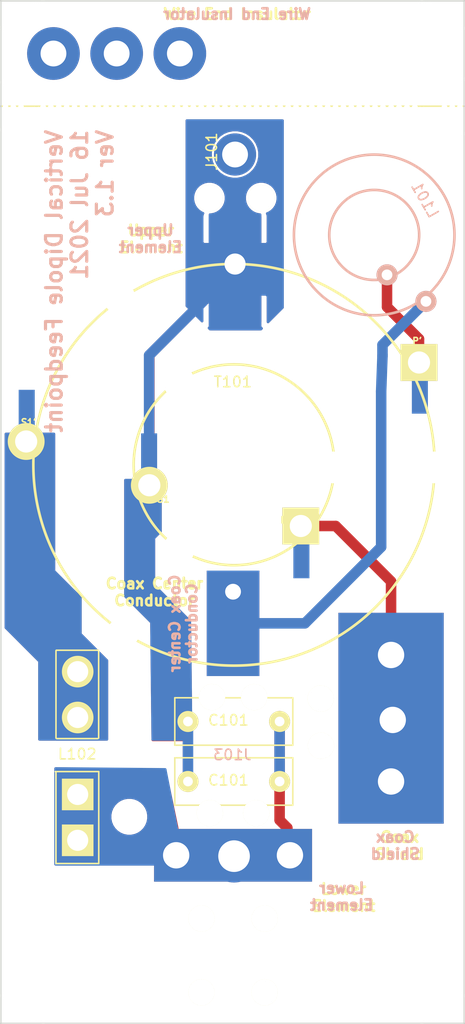
<source format=kicad_pcb>
(kicad_pcb (version 20171130) (host pcbnew "(5.1.9-0-10_14)")

  (general
    (thickness 1.6)
    (drawings 24)
    (tracks 41)
    (zones 0)
    (modules 136)
    (nets 7)
  )

  (page A4)
  (layers
    (0 F.Cu mixed)
    (31 B.Cu mixed)
    (32 B.Adhes user)
    (33 F.Adhes user)
    (34 B.Paste user)
    (35 F.Paste user)
    (36 B.SilkS user)
    (37 F.SilkS user)
    (38 B.Mask user)
    (39 F.Mask user)
    (40 Dwgs.User user)
    (41 Cmts.User user)
    (42 Eco1.User user)
    (43 Eco2.User user)
    (44 Edge.Cuts user)
    (45 Margin user)
    (46 B.CrtYd user)
    (47 F.CrtYd user)
    (48 B.Fab user)
    (49 F.Fab user)
  )

  (setup
    (last_trace_width 0.25)
    (user_trace_width 0.35)
    (user_trace_width 0.5)
    (user_trace_width 0.75)
    (user_trace_width 1)
    (trace_clearance 0.2)
    (zone_clearance 0.127)
    (zone_45_only yes)
    (trace_min 0.2)
    (via_size 0.6)
    (via_drill 0.4)
    (via_min_size 0.4)
    (via_min_drill 0.3)
    (uvia_size 0.3)
    (uvia_drill 0.1)
    (uvias_allowed no)
    (uvia_min_size 0.2)
    (uvia_min_drill 0.1)
    (edge_width 0.15)
    (segment_width 0.15)
    (pcb_text_width 0.3)
    (pcb_text_size 1.5 1.5)
    (mod_edge_width 0.15)
    (mod_text_size 1 1)
    (mod_text_width 0.15)
    (pad_size 3.5 3.5)
    (pad_drill 3.5)
    (pad_to_mask_clearance 0)
    (aux_axis_origin 0 0)
    (visible_elements FFFFFF7F)
    (pcbplotparams
      (layerselection 0x00030_ffffffff)
      (usegerberextensions false)
      (usegerberattributes true)
      (usegerberadvancedattributes true)
      (creategerberjobfile true)
      (excludeedgelayer true)
      (linewidth 0.100000)
      (plotframeref false)
      (viasonmask false)
      (mode 1)
      (useauxorigin false)
      (hpglpennumber 1)
      (hpglpenspeed 20)
      (hpglpendiameter 15.000000)
      (psnegative false)
      (psa4output false)
      (plotreference true)
      (plotvalue true)
      (plotinvisibletext false)
      (padsonsilk false)
      (subtractmaskfromsilk false)
      (outputformat 1)
      (mirror false)
      (drillshape 0)
      (scaleselection 1)
      (outputdirectory ""))
  )

  (net 0 "")
  (net 1 "Net-(J103-Pad2)")
  (net 2 "Net-(J103-Pad1)")
  (net 3 "Net-(L101-Pad1)")
  (net 4 "Net-(C101-Pad1)")
  (net 5 "Net-(C101-Pad2)")
  (net 6 "Net-(L102-Pad2)")

  (net_class Default "This is the default net class."
    (clearance 0.2)
    (trace_width 0.25)
    (via_dia 0.6)
    (via_drill 0.4)
    (uvia_dia 0.3)
    (uvia_drill 0.1)
    (add_net "Net-(C101-Pad1)")
    (add_net "Net-(C101-Pad2)")
    (add_net "Net-(L102-Pad2)")
  )

  (net_class rf ""
    (clearance 0.2)
    (trace_width 1)
    (via_dia 1)
    (via_drill 0.7)
    (uvia_dia 0.3)
    (uvia_drill 0.1)
    (add_net "Net-(J103-Pad1)")
    (add_net "Net-(J103-Pad2)")
    (add_net "Net-(L101-Pad1)")
  )

  (module Oddities:RG-174_Attachment (layer F.Cu) (tedit 60F1D955) (tstamp 5CCFD49D)
    (at 122.05 138.05)
    (tags "rod antenna")
    (path /5CCE8471)
    (clearance 0.1)
    (fp_text reference J103 (at -0.07 -9.53) (layer B.SilkS)
      (effects (font (size 1 1) (thickness 0.15)) (justify mirror))
    )
    (fp_text value CONN_01X03 (at 0.2286 -6.858) (layer F.Fab) hide
      (effects (font (size 1 1) (thickness 0.15)))
    )
    (pad 2 thru_hole circle (at 15.16002 -12.83796) (size 4 4) (drill 2.5) (layers *.Cu *.Mask)
      (net 1 "Net-(J103-Pad2)"))
    (pad 3 thru_hole circle (at 0.09488 0.08128) (size 5 5) (drill 3) (layers *.Cu *.Mask)
      (net 5 "Net-(C101-Pad2)"))
    (pad 1 smd rect (at 0 -22) (size 5 10) (layers B.Cu B.Paste B.Mask)
      (net 2 "Net-(J103-Pad1)"))
    (pad 2 thru_hole circle (at 15 -7) (size 4 4) (drill 2.5) (layers *.Cu *.Mask)
      (net 1 "Net-(J103-Pad2)"))
    (pad 2 thru_hole circle (at 15 -19) (size 4 4) (drill 2.5) (layers *.Cu *.Mask)
      (net 1 "Net-(J103-Pad2)"))
    (pad 2 smd rect (at 15 -13) (size 10 20) (layers B.Cu B.Paste B.Mask)
      (net 1 "Net-(J103-Pad2)"))
    (pad 3 smd rect (at 0 0) (size 15 5) (layers B.Cu B.Paste B.Mask)
      (net 5 "Net-(C101-Pad2)"))
    (pad 3 smd rect (at 0 0) (size 15 5) (layers F.Cu F.Paste F.Mask)
      (net 5 "Net-(C101-Pad2)"))
    (pad 1 thru_hole circle (at 0 -25) (size 3 3) (drill 1.5) (layers *.Cu B.Mask)
      (net 2 "Net-(J103-Pad1)"))
    (pad "" np_thru_hole circle (at 3 13) (size 2.5 2.5) (drill 2.5) (layers *.Cu *.Mask F.SilkS))
    (pad "" np_thru_hole circle (at -3 13) (size 2.5 2.5) (drill 2.5) (layers *.Cu *.Mask F.SilkS))
    (pad "" np_thru_hole circle (at 3 6) (size 2.5 2.5) (drill 2.5) (layers *.Cu *.Mask F.SilkS))
    (pad "" np_thru_hole circle (at -3 6) (size 2.5 2.5) (drill 2.5) (layers *.Cu *.Mask F.SilkS))
    (pad 3 thru_hole circle (at 5.4 0) (size 4 4) (drill 2.5) (layers *.Cu *.Mask)
      (net 5 "Net-(C101-Pad2)"))
    (pad 2 smd rect (at 15 -13) (size 10 20) (layers F.Cu F.Paste F.Mask)
      (net 1 "Net-(J103-Pad2)"))
    (pad "" np_thru_hole circle (at 8.3439 -10.3886) (size 2.5 2.5) (drill 2.5) (layers *.Cu *.Mask F.SilkS))
    (pad "" np_thru_hole circle (at 8.3185 -14.859) (size 2.5 2.5) (drill 2.5) (layers *.Cu *.Mask F.SilkS))
    (pad "" np_thru_hole circle (at 2.2 -4) (size 2.5 2.5) (drill 2.5) (layers *.Cu *.Mask F.SilkS))
    (pad "" np_thru_hole circle (at -2.2 -4) (size 2.5 2.5) (drill 2.5) (layers *.Cu *.Mask F.SilkS))
    (pad "" np_thru_hole circle (at -2 -15) (size 2.5 2.5) (drill 2.5) (layers *.Cu *.Mask F.SilkS))
    (pad 1 smd rect (at 0 -22) (size 5 10) (layers F.Cu F.Paste)
      (net 2 "Net-(J103-Pad1)"))
    (pad "" np_thru_hole circle (at 2 -15) (size 2.5 2.5) (drill 2.5) (layers *.Cu *.Mask F.SilkS))
    (pad 3 thru_hole circle (at -5.4 0) (size 4 4) (drill 2.5) (layers *.Cu *.Mask)
      (net 5 "Net-(C101-Pad2)"))
  )

  (module Oddities:Wire_Strain_Relief_and_Attach (layer F.Cu) (tedit 60F1D8CC) (tstamp 5CCFD47C)
    (at 122.24 109.97)
    (tags "rod antenna")
    (path /5AF0C8A1)
    (clearance 0.1)
    (fp_text reference J101 (at -2.22 -38.67 90) (layer F.SilkS)
      (effects (font (size 1 1) (thickness 0.15)))
    )
    (fp_text value "Thru Holes" (at -0.08382 -20.79244) (layer F.Fab) hide
      (effects (font (size 1 1) (thickness 0.15)))
    )
    (pad 1 smd rect (at 0 -27.5) (size 5 10) (layers B.Cu B.Paste B.Mask)
      (net 4 "Net-(C101-Pad1)"))
    (pad "" thru_hole circle (at 0 -38.39) (size 4 4) (drill 2.45) (layers *.Cu *.Mask))
    (pad "" np_thru_hole circle (at 2.48666 -34.25952) (size 2.5 2.5) (drill 2.5) (layers *.Cu *.Mask F.SilkS))
    (pad "" np_thru_hole circle (at -2.43078 -34.25952) (size 2.5 2.5) (drill 2.5) (layers *.Cu *.Mask F.SilkS))
    (pad 1 smd rect (at 0 -27.5) (size 5 10) (layers F.Cu F.Paste)
      (net 4 "Net-(C101-Pad1)"))
    (pad 1 thru_hole circle (at 0 -28) (size 3.5 3.5) (drill 2) (layers *.Cu *.Mask)
      (net 4 "Net-(C101-Pad1)"))
  )

  (module Inductors:Manually_Wound_Coil (layer F.Cu) (tedit 60F1D682) (tstamp 60F1E7FF)
    (at 107.3 128.63 90)
    (descr "Inductor ")
    (tags INDUCTOR)
    (path /5DD1A905)
    (fp_text reference L102 (at 0.18 -0.04) (layer F.SilkS)
      (effects (font (size 1 1) (thickness 0.15)))
    )
    (fp_text value 0.4-1.0uH (at 0.09906 -1.99898 90) (layer F.Fab) hide
      (effects (font (size 1 1) (thickness 0.15)))
    )
    (pad 1 thru_hole rect (at -3.65 0 90) (size 3 3) (drill 2) (layers *.Cu *.Mask F.SilkS)
      (net 5 "Net-(C101-Pad2)"))
    (pad 2 thru_hole circle (at 3.65 0 90) (size 3 3) (drill 2) (layers *.Cu *.Mask F.SilkS)
      (net 6 "Net-(L102-Pad2)"))
    (pad 1 thru_hole rect (at -8 0 90) (size 3 3) (drill 2) (layers *.Cu *.Mask F.SilkS)
      (net 5 "Net-(C101-Pad2)"))
    (pad 2 thru_hole circle (at 8 0 90) (size 3 3) (drill 2) (layers *.Cu *.Mask F.SilkS)
      (net 6 "Net-(L102-Pad2)"))
    (model Inductors.3dshapes/INDUCTOR_V.wrl
      (at (xyz 0 0 0))
      (scale (xyz 2 2 2))
      (rotate (xyz 0 0 0))
    )
  )

  (module Capacitors_ThroughHole:C_Disc_D7.5_P5 (layer F.Cu) (tedit 5E1A7234) (tstamp 60EF95A1)
    (at 117.77 131.05)
    (descr "Capacitor 7.5mm Disc, Pitch 5mm")
    (tags Capacitor)
    (path /5DAB7A7E)
    (fp_text reference C101 (at 3.84 -0.12 180) (layer F.SilkS)
      (effects (font (size 1 1) (thickness 0.15)))
    )
    (fp_text value 470pF (at 2.5 3.5 180) (layer F.Fab) hide
      (effects (font (size 1 1) (thickness 0.15)))
    )
    (fp_line (start -1.5 -2.5) (end 10.2 -2.5) (layer F.CrtYd) (width 0.05))
    (fp_line (start 10.2 -2.5) (end 10.2 2.5) (layer F.CrtYd) (width 0.05))
    (fp_line (start 10.2 2.5) (end -1.5 2.5) (layer F.CrtYd) (width 0.05))
    (fp_line (start -1.5 2.5) (end -1.5 -2.5) (layer F.CrtYd) (width 0.05))
    (fp_line (start -1.25 -2.25) (end 9.95 -2.25) (layer F.SilkS) (width 0.15))
    (fp_line (start 9.95 -2.25) (end 9.95 2.25) (layer F.SilkS) (width 0.15))
    (fp_line (start 9.95 2.25) (end -1.25 2.25) (layer F.SilkS) (width 0.15))
    (fp_line (start -1.25 2.25) (end -1.25 -2.25) (layer F.SilkS) (width 0.15))
    (pad 2 thru_hole circle (at 8.7 0) (size 2 2) (drill 0.92) (layers *.Cu *.Mask F.SilkS)
      (net 5 "Net-(C101-Pad2)") (zone_connect 2))
    (pad 1 thru_hole circle (at 0 0) (size 2 2) (drill 0.92) (layers *.Cu *.Mask F.SilkS)
      (net 4 "Net-(C101-Pad1)") (zone_connect 2))
    (model Capacitors_ThroughHole.3dshapes/C_Disc_D7.5_P5.wrl
      (offset (xyz 2.500000042453766 0 0))
      (scale (xyz 1 1 1))
      (rotate (xyz 0 0 0))
    )
  )

  (module Oddities:Core_150A_2_windings_Horiz_TH (layer F.Cu) (tedit 5E1D2221) (tstamp 5CCFD4B7)
    (at 122.14 101.01)
    (descr "Through hole toroid")
    (tags toroid)
    (path /5B35294B)
    (zone_connect 2)
    (fp_text reference T101 (at -0.11 -7.86) (layer F.SilkS)
      (effects (font (size 1 1) (thickness 0.15)))
    )
    (fp_text value TRANSFO (at 0.3175 7.3914) (layer F.Fab) hide
      (effects (font (size 1 1) (thickness 0.15)))
    )
    (fp_circle (center 0 0) (end 19.05 0) (layer F.SilkS) (width 0.25))
    (fp_circle (center 0 0) (end 9.525 0) (layer F.SilkS) (width 0.25))
    (fp_text user S1 (at -6.7056 3.2766) (layer F.SilkS)
      (effects (font (size 0.6 0.6) (thickness 0.15)))
    )
    (fp_text user S1' (at -19.5017 -4.0386) (layer F.SilkS)
      (effects (font (size 0.6 0.6) (thickness 0.15)))
    )
    (fp_text user P (at 4.72186 5.24764) (layer F.SilkS)
      (effects (font (size 0.6 0.6) (thickness 0.15)))
    )
    (fp_text user P' (at 17.3863 -11.7475) (layer F.SilkS)
      (effects (font (size 0.6 0.6) (thickness 0.15)))
    )
    (pad 4 smd rect (at -8.05942 -0.47752) (size 1.524 5) (layers B.Cu B.Paste B.Mask)
      (net 4 "Net-(C101-Pad1)") (zone_connect 2))
    (pad 2 smd rect (at 6.39826 8.26516) (size 1.524 5) (layers B.Cu B.Paste B.Mask)
      (net 1 "Net-(J103-Pad2)") (zone_connect 2))
    (pad 1 smd rect (at 17.64538 -7.35076) (size 1.524 5) (layers B.Cu B.Paste B.Mask)
      (net 3 "Net-(L101-Pad1)") (zone_connect 2))
    (pad 1 thru_hole rect (at 17.5641 -9.7028) (size 3.5 3.5) (drill 2.1) (layers *.Cu *.Mask F.SilkS)
      (net 3 "Net-(L101-Pad1)") (zone_connect 2))
    (pad 2 thru_hole rect (at 6.34238 5.80644) (size 3.5 3.5) (drill 2.1) (layers *.Cu *.Mask F.SilkS)
      (net 1 "Net-(J103-Pad2)") (zone_connect 2))
    (pad 3 thru_hole circle (at -19.7303 -2.2098) (size 3.5 3.5) (drill 2.1) (layers *.Cu *.Mask F.SilkS)
      (net 6 "Net-(L102-Pad2)") (zone_connect 2))
    (pad 4 thru_hole circle (at -8.0391 1.9431) (size 3.5 3.5) (drill 2.1) (layers *.Cu *.Mask F.SilkS)
      (net 4 "Net-(C101-Pad1)") (zone_connect 2))
    (pad 3 smd rect (at -19.6795 -4.61264) (size 1.524 5) (layers B.Cu B.Paste B.Mask)
      (net 6 "Net-(L102-Pad2)") (zone_connect 2))
    (model Pin_Headers.3dshapes/Pin_Header_Straight_2x03.wrl
      (offset (xyz 1.269999980926514 -2.539999961853027 0))
      (scale (xyz 1 1 1))
      (rotate (xyz 0 0 90))
    )
  )

  (module Mounting_Holes:MountingHole_3-5mm (layer F.Cu) (tedit 5CCF1ADE) (tstamp 5E1C8B59)
    (at 112.2 134.4)
    (descr "Mounting hole, Befestigungsbohrung, 3,5mm, No Annular, Kein Restring,")
    (tags "Mounting hole, Befestigungsbohrung, 3,5mm, No Annular, Kein Restring,")
    (fp_text reference REF** (at 0 -4.50088) (layer F.SilkS) hide
      (effects (font (size 1 1) (thickness 0.15)))
    )
    (fp_text value MountingHole_3-5mm (at 0 5.00126) (layer F.Fab) hide
      (effects (font (size 1 1) (thickness 0.15)))
    )
    (fp_circle (center 0 0) (end 1.75 0) (layer Cmts.User) (width 0.381))
    (pad "" np_thru_hole circle (at 0 0) (size 3 3) (drill 3) (layers *.Cu *.Mask))
  )

  (module Mounting_Holes:MountingHole_3-5mm (layer F.Cu) (tedit 5CCF1ADE) (tstamp 5E1C8B4E)
    (at 102.6 134.4)
    (descr "Mounting hole, Befestigungsbohrung, 3,5mm, No Annular, Kein Restring,")
    (tags "Mounting hole, Befestigungsbohrung, 3,5mm, No Annular, Kein Restring,")
    (fp_text reference REF** (at 0 -4.50088) (layer F.SilkS) hide
      (effects (font (size 1 1) (thickness 0.15)))
    )
    (fp_text value MountingHole_3-5mm (at 0 5.00126) (layer F.Fab) hide
      (effects (font (size 1 1) (thickness 0.15)))
    )
    (fp_circle (center 0 0) (end 1.75 0) (layer Cmts.User) (width 0.381))
    (pad "" np_thru_hole circle (at 0 0) (size 3 3) (drill 3) (layers *.Cu *.Mask))
  )

  (module Mounting_Holes:MountingHole_3-5mm (layer F.Cu) (tedit 5CCF1ADE) (tstamp 5E1C8AFE)
    (at 112.2 148)
    (descr "Mounting hole, Befestigungsbohrung, 3,5mm, No Annular, Kein Restring,")
    (tags "Mounting hole, Befestigungsbohrung, 3,5mm, No Annular, Kein Restring,")
    (fp_text reference REF** (at 0 -4.50088) (layer F.SilkS) hide
      (effects (font (size 1 1) (thickness 0.15)))
    )
    (fp_text value MountingHole_3-5mm (at 0 5.00126) (layer F.Fab) hide
      (effects (font (size 1 1) (thickness 0.15)))
    )
    (fp_circle (center 0 0) (end 1.75 0) (layer Cmts.User) (width 0.381))
    (pad "" np_thru_hole circle (at 0 0) (size 3 3) (drill 3) (layers *.Cu *.Mask))
  )

  (module Mounting_Holes:MountingHole_1mm_Outlined (layer F.Cu) (tedit 5E1C85DF) (tstamp 5CD4601F)
    (at 105 62)
    (descr "Mounting hole, Befestigungsbohrung, 2,5mm, No Annular, Kein Restring,")
    (tags "Mounting hole, Befestigungsbohrung, 2,5mm, No Annular, Kein Restring,")
    (fp_text reference REF** (at 0 -3.50012) (layer F.SilkS) hide
      (effects (font (size 1 1) (thickness 0.15)))
    )
    (fp_text value MountingHole_1mm_Outlined (at 0.09906 3.59918) (layer F.Fab) hide
      (effects (font (size 1 1) (thickness 0.15)))
    )
    (pad "" np_thru_hole circle (at 0 0) (size 5 5) (drill 2.45) (layers *.Cu *.Mask))
  )

  (module Inductors:Toroid_T-60_2TH (layer B.Cu) (tedit 5DACC4D9) (tstamp 5CCFD4A9)
    (at 135.45 79.21 120)
    (descr "T-60 Toroid")
    (tags "toroid inductor")
    (path /5AEDE7A1)
    (fp_text reference L101 (at 0.480833 5.840702 120) (layer B.SilkS)
      (effects (font (size 1 1) (thickness 0.15)) (justify mirror))
    )
    (fp_text value 3.2uH (at 0.444499 5.2324 120) (layer B.Fab)
      (effects (font (size 1 1) (thickness 0.15)) (justify mirror))
    )
    (fp_circle (center 0 0) (end 4.27 0) (layer B.SilkS) (width 0.25))
    (fp_circle (center 0 0) (end 7.62 0) (layer B.SilkS) (width 0.25))
    (fp_circle (center 0 0) (end 8 0) (layer B.CrtYd) (width 0.25))
    (pad 2 thru_hole circle (at -7.9121 1.1049 120) (size 2 2) (drill 1.016) (layers *.Cu *.Mask B.SilkS)
      (net 2 "Net-(J103-Pad1)"))
    (pad 1 thru_hole circle (at -3.8862 -0.8382 120) (size 2 2) (drill 1.016) (layers *.Cu *.Mask B.SilkS)
      (net 3 "Net-(L101-Pad1)"))
    (model Pin_Headers.3dshapes/Pin_Header_Straight_2x03.wrl
      (offset (xyz 1.269999980926514 -2.539999961853027 0))
      (scale (xyz 1 1 1))
      (rotate (xyz 0 0 90))
    )
  )

  (module Mounting_Holes:MountingHole_3-5mm (layer F.Cu) (tedit 5CCF1ADE) (tstamp 5E1BEEAF)
    (at 130.2 70.58)
    (descr "Mounting hole, Befestigungsbohrung, 3,5mm, No Annular, Kein Restring,")
    (tags "Mounting hole, Befestigungsbohrung, 3,5mm, No Annular, Kein Restring,")
    (fp_text reference REF** (at 0 -4.50088) (layer F.SilkS) hide
      (effects (font (size 1 1) (thickness 0.15)))
    )
    (fp_text value MountingHole_3-5mm (at 0 5.00126) (layer F.Fab) hide
      (effects (font (size 1 1) (thickness 0.15)))
    )
    (fp_circle (center 0 0) (end 1.75 0) (layer Cmts.User) (width 0.381))
    (pad "" np_thru_hole circle (at 0 0) (size 3 3) (drill 3) (layers *.Cu *.Mask))
  )

  (module Mounting_Holes:MountingHole_3-5mm (layer F.Cu) (tedit 5CCF1ADE) (tstamp 5E1BEEA3)
    (at 134.17 77.39)
    (descr "Mounting hole, Befestigungsbohrung, 3,5mm, No Annular, Kein Restring,")
    (tags "Mounting hole, Befestigungsbohrung, 3,5mm, No Annular, Kein Restring,")
    (fp_text reference REF** (at 0 -4.50088) (layer F.SilkS) hide
      (effects (font (size 1 1) (thickness 0.15)))
    )
    (fp_text value MountingHole_3-5mm (at 0 5.00126) (layer F.Fab) hide
      (effects (font (size 1 1) (thickness 0.15)))
    )
    (fp_circle (center 0 0) (end 1.75 0) (layer Cmts.User) (width 0.381))
    (pad "" np_thru_hole circle (at 0 0) (size 3 3) (drill 3) (layers *.Cu *.Mask))
  )

  (module Mounting_Holes:MountingHole_3-5mm (layer F.Cu) (tedit 5CCF1ADE) (tstamp 5E1BEE65)
    (at 126.84 61.96)
    (descr "Mounting hole, Befestigungsbohrung, 3,5mm, No Annular, Kein Restring,")
    (tags "Mounting hole, Befestigungsbohrung, 3,5mm, No Annular, Kein Restring,")
    (fp_text reference REF** (at 0 -4.50088) (layer F.SilkS) hide
      (effects (font (size 1 1) (thickness 0.15)))
    )
    (fp_text value MountingHole_3-5mm (at 0 5.00126) (layer F.Fab) hide
      (effects (font (size 1 1) (thickness 0.15)))
    )
    (fp_circle (center 0 0) (end 1.75 0) (layer Cmts.User) (width 0.381))
    (pad "" np_thru_hole circle (at 0 0) (size 3 3) (drill 3) (layers *.Cu *.Mask))
  )

  (module Mounting_Holes:MountingHole_1mm_Outlined (layer F.Cu) (tedit 5E1C860A) (tstamp 5CD4607B)
    (at 117 62)
    (descr "Mounting hole, Befestigungsbohrung, 2,5mm, No Annular, Kein Restring,")
    (tags "Mounting hole, Befestigungsbohrung, 2,5mm, No Annular, Kein Restring,")
    (fp_text reference REF** (at 0 -3.50012) (layer F.SilkS) hide
      (effects (font (size 1 1) (thickness 0.15)))
    )
    (fp_text value MountingHole_1mm_Outlined (at 0.09906 3.59918) (layer F.Fab) hide
      (effects (font (size 1 1) (thickness 0.15)))
    )
    (pad "" np_thru_hole circle (at 0 0) (size 5 5) (drill 2.45) (layers *.Cu *.Mask))
  )

  (module Mounting_Holes:MountingHole_1mm_Outlined (layer F.Cu) (tedit 5E1C85FB) (tstamp 5CD46069)
    (at 111 62)
    (descr "Mounting hole, Befestigungsbohrung, 2,5mm, No Annular, Kein Restring,")
    (tags "Mounting hole, Befestigungsbohrung, 2,5mm, No Annular, Kein Restring,")
    (fp_text reference REF** (at 0 -3.50012) (layer F.SilkS) hide
      (effects (font (size 1 1) (thickness 0.15)))
    )
    (fp_text value MountingHole_1mm_Outlined (at 0.09906 3.59918) (layer F.Fab) hide
      (effects (font (size 1 1) (thickness 0.15)))
    )
    (pad "" np_thru_hole circle (at 0 0) (size 5 5) (drill 2.45) (layers *.Cu *.Mask))
  )

  (module Mounting_Holes:MountingHole_3-5mm (layer F.Cu) (tedit 5CCF1ADE) (tstamp 5E1A286C)
    (at 112.2 141.1)
    (descr "Mounting hole, Befestigungsbohrung, 3,5mm, No Annular, Kein Restring,")
    (tags "Mounting hole, Befestigungsbohrung, 3,5mm, No Annular, Kein Restring,")
    (fp_text reference REF** (at 0 -4.50088) (layer F.SilkS) hide
      (effects (font (size 1 1) (thickness 0.15)))
    )
    (fp_text value MountingHole_3-5mm (at 0 5.00126) (layer F.Fab) hide
      (effects (font (size 1 1) (thickness 0.15)))
    )
    (fp_circle (center 0 0) (end 1.75 0) (layer Cmts.User) (width 0.381))
    (pad "" np_thru_hole circle (at 0 0) (size 3 3) (drill 3) (layers *.Cu *.Mask))
  )

  (module Mounting_Holes:MountingHole_3-5mm (layer F.Cu) (tedit 5CCF1ADE) (tstamp 5E1A282B)
    (at 102.6 141.1)
    (descr "Mounting hole, Befestigungsbohrung, 3,5mm, No Annular, Kein Restring,")
    (tags "Mounting hole, Befestigungsbohrung, 3,5mm, No Annular, Kein Restring,")
    (fp_text reference REF** (at 0 -4.50088) (layer F.SilkS) hide
      (effects (font (size 1 1) (thickness 0.15)))
    )
    (fp_text value MountingHole_3-5mm (at 0 5.00126) (layer F.Fab) hide
      (effects (font (size 1 1) (thickness 0.15)))
    )
    (fp_circle (center 0 0) (end 1.75 0) (layer Cmts.User) (width 0.381))
    (pad "" np_thru_hole circle (at 0 0) (size 3 3) (drill 3) (layers *.Cu *.Mask))
  )

  (module Mounting_Holes:MountingHole_3-5mm (layer F.Cu) (tedit 5CCF1ADE) (tstamp 5E1A2804)
    (at 102.6 148)
    (descr "Mounting hole, Befestigungsbohrung, 3,5mm, No Annular, Kein Restring,")
    (tags "Mounting hole, Befestigungsbohrung, 3,5mm, No Annular, Kein Restring,")
    (fp_text reference REF** (at 0 -4.50088) (layer F.SilkS) hide
      (effects (font (size 1 1) (thickness 0.15)))
    )
    (fp_text value MountingHole_3-5mm (at 0 5.00126) (layer F.Fab) hide
      (effects (font (size 1 1) (thickness 0.15)))
    )
    (fp_circle (center 0 0) (end 1.75 0) (layer Cmts.User) (width 0.381))
    (pad "" np_thru_hole circle (at 0 0) (size 3 3) (drill 3) (layers *.Cu *.Mask))
  )

  (module Capacitors_ThroughHole:C_Disc_D7.5_P5 (layer F.Cu) (tedit 5E1A7234) (tstamp 5DAE8A55)
    (at 117.77 125.36)
    (descr "Capacitor 7.5mm Disc, Pitch 5mm")
    (tags Capacitor)
    (path /5DAB7A7E)
    (fp_text reference C101 (at 3.84 -0.12 180) (layer F.SilkS)
      (effects (font (size 1 1) (thickness 0.15)))
    )
    (fp_text value 470pF (at 2.5 3.5 180) (layer F.Fab) hide
      (effects (font (size 1 1) (thickness 0.15)))
    )
    (fp_line (start -1.25 2.25) (end -1.25 -2.25) (layer F.SilkS) (width 0.15))
    (fp_line (start 9.95 2.25) (end -1.25 2.25) (layer F.SilkS) (width 0.15))
    (fp_line (start 9.95 -2.25) (end 9.95 2.25) (layer F.SilkS) (width 0.15))
    (fp_line (start -1.25 -2.25) (end 9.95 -2.25) (layer F.SilkS) (width 0.15))
    (fp_line (start -1.5 2.5) (end -1.5 -2.5) (layer F.CrtYd) (width 0.05))
    (fp_line (start 10.2 2.5) (end -1.5 2.5) (layer F.CrtYd) (width 0.05))
    (fp_line (start 10.2 -2.5) (end 10.2 2.5) (layer F.CrtYd) (width 0.05))
    (fp_line (start -1.5 -2.5) (end 10.2 -2.5) (layer F.CrtYd) (width 0.05))
    (pad 1 thru_hole circle (at 0 0) (size 2 2) (drill 0.92) (layers *.Cu *.Mask F.SilkS)
      (net 4 "Net-(C101-Pad1)") (zone_connect 2))
    (pad 2 thru_hole circle (at 8.7 0) (size 2 2) (drill 0.92) (layers *.Cu *.Mask F.SilkS)
      (net 5 "Net-(C101-Pad2)") (zone_connect 2))
    (model Capacitors_ThroughHole.3dshapes/C_Disc_D7.5_P5.wrl
      (offset (xyz 2.500000042453766 0 0))
      (scale (xyz 1 1 1))
      (rotate (xyz 0 0 0))
    )
  )

  (module Mounting_Holes:MountingHole_3-5mm (layer F.Cu) (tedit 5E1D22C5) (tstamp 5DACB3EF)
    (at 122.15 100.99)
    (descr "Mounting hole, Befestigungsbohrung, 3,5mm, No Annular, Kein Restring,")
    (tags "Mounting hole, Befestigungsbohrung, 3,5mm, No Annular, Kein Restring,")
    (fp_text reference REF** (at 0 -4.50088) (layer F.SilkS) hide
      (effects (font (size 1 1) (thickness 0.15)))
    )
    (fp_text value MountingHole_3-5mm (at 0 5.00126) (layer F.Fab) hide
      (effects (font (size 1 1) (thickness 0.15)))
    )
    (pad "" np_thru_hole circle (at 0 0) (size 3.5 3.5) (drill 3.5) (layers *.Cu *.Mask))
  )

  (module Mounting_Holes:NP_Thru_Hole_0.5mm (layer F.Cu) (tedit 5CCF1CB9) (tstamp 5CD461C1)
    (at 101.92 67)
    (descr "Mounting hole, Befestigungsbohrung, 2,5mm, No Annular, Kein Restring,")
    (tags "Mounting hole, Befestigungsbohrung, 2,5mm, No Annular, Kein Restring,")
    (fp_text reference REF** (at 0 -3.50012) (layer F.SilkS) hide
      (effects (font (size 1 1) (thickness 0.15)))
    )
    (fp_text value NP_Thru_Hole_0.5mm (at 0.09906 3.59918) (layer F.Fab) hide
      (effects (font (size 1 1) (thickness 0.15)))
    )
    (pad "" np_thru_hole circle (at 0 0) (size 0.5 0.5) (drill 0.5) (layers *.Cu *.Mask))
  )

  (module Mounting_Holes:NP_Thru_Hole_0.5mm (layer F.Cu) (tedit 5CCF1CB9) (tstamp 5CD461BA)
    (at 101.19 67)
    (descr "Mounting hole, Befestigungsbohrung, 2,5mm, No Annular, Kein Restring,")
    (tags "Mounting hole, Befestigungsbohrung, 2,5mm, No Annular, Kein Restring,")
    (fp_text reference REF** (at 0 -3.50012) (layer F.SilkS) hide
      (effects (font (size 1 1) (thickness 0.15)))
    )
    (fp_text value NP_Thru_Hole_0.5mm (at 0.09906 3.59918) (layer F.Fab) hide
      (effects (font (size 1 1) (thickness 0.15)))
    )
    (pad "" np_thru_hole circle (at 0 0) (size 0.5 0.5) (drill 0.5) (layers *.Cu *.Mask))
  )

  (module Mounting_Holes:NP_Thru_Hole_0.5mm (layer F.Cu) (tedit 5CCF1CB9) (tstamp 5CD461B5)
    (at 100.45 67)
    (descr "Mounting hole, Befestigungsbohrung, 2,5mm, No Annular, Kein Restring,")
    (tags "Mounting hole, Befestigungsbohrung, 2,5mm, No Annular, Kein Restring,")
    (fp_text reference REF** (at 0 -3.50012) (layer F.SilkS) hide
      (effects (font (size 1 1) (thickness 0.15)))
    )
    (fp_text value NP_Thru_Hole_0.5mm (at 0.09906 3.59918) (layer F.Fab) hide
      (effects (font (size 1 1) (thickness 0.15)))
    )
    (pad "" np_thru_hole circle (at 0 0) (size 0.5 0.5) (drill 0.5) (layers *.Cu *.Mask))
  )

  (module Mounting_Holes:NP_Thru_Hole_0.5mm (layer F.Cu) (tedit 5CCF1CB9) (tstamp 5CD461AB)
    (at 142.12 67.02 180)
    (descr "Mounting hole, Befestigungsbohrung, 2,5mm, No Annular, Kein Restring,")
    (tags "Mounting hole, Befestigungsbohrung, 2,5mm, No Annular, Kein Restring,")
    (fp_text reference REF** (at 0 -3.50012 180) (layer F.SilkS) hide
      (effects (font (size 1 1) (thickness 0.15)))
    )
    (fp_text value NP_Thru_Hole_0.5mm (at 0.09906 3.59918 180) (layer F.Fab) hide
      (effects (font (size 1 1) (thickness 0.15)))
    )
    (pad "" np_thru_hole circle (at 0 0 180) (size 0.5 0.5) (drill 0.5) (layers *.Cu *.Mask))
  )

  (module Mounting_Holes:NP_Thru_Hole_0.5mm (layer F.Cu) (tedit 5CCF1CB9) (tstamp 5CD461A6)
    (at 142.86 67.02 180)
    (descr "Mounting hole, Befestigungsbohrung, 2,5mm, No Annular, Kein Restring,")
    (tags "Mounting hole, Befestigungsbohrung, 2,5mm, No Annular, Kein Restring,")
    (fp_text reference REF** (at 0 -3.50012 180) (layer F.SilkS) hide
      (effects (font (size 1 1) (thickness 0.15)))
    )
    (fp_text value NP_Thru_Hole_0.5mm (at 0.09906 3.59918 180) (layer F.Fab) hide
      (effects (font (size 1 1) (thickness 0.15)))
    )
    (pad "" np_thru_hole circle (at 0 0 180) (size 0.5 0.5) (drill 0.5) (layers *.Cu *.Mask))
  )

  (module Mounting_Holes:NP_Thru_Hole_0.5mm (layer F.Cu) (tedit 5CCF1CB9) (tstamp 5CD461A1)
    (at 143.59 67 180)
    (descr "Mounting hole, Befestigungsbohrung, 2,5mm, No Annular, Kein Restring,")
    (tags "Mounting hole, Befestigungsbohrung, 2,5mm, No Annular, Kein Restring,")
    (fp_text reference REF** (at 0 -3.50012 180) (layer F.SilkS) hide
      (effects (font (size 1 1) (thickness 0.15)))
    )
    (fp_text value NP_Thru_Hole_0.5mm (at 0.09906 3.59918 180) (layer F.Fab) hide
      (effects (font (size 1 1) (thickness 0.15)))
    )
    (pad "" np_thru_hole circle (at 0 0 180) (size 0.5 0.5) (drill 0.5) (layers *.Cu *.Mask))
  )

  (module Mounting_Holes:MountingHole_3-5mm (layer F.Cu) (tedit 5CCF1ADE) (tstamp 5CD2A0A9)
    (at 132.48 61.84)
    (descr "Mounting hole, Befestigungsbohrung, 3,5mm, No Annular, Kein Restring,")
    (tags "Mounting hole, Befestigungsbohrung, 3,5mm, No Annular, Kein Restring,")
    (fp_text reference REF** (at 0 -4.50088) (layer F.SilkS) hide
      (effects (font (size 1 1) (thickness 0.15)))
    )
    (fp_text value MountingHole_3-5mm (at 0 5.00126) (layer F.Fab) hide
      (effects (font (size 1 1) (thickness 0.15)))
    )
    (fp_circle (center 0 0) (end 1.75 0) (layer Cmts.User) (width 0.381))
    (pad "" np_thru_hole circle (at 0 0) (size 3 3) (drill 3) (layers *.Cu *.Mask))
  )

  (module Mounting_Holes:MountingHole_3-5mm (layer F.Cu) (tedit 5CCF1ADE) (tstamp 5CD2A0A3)
    (at 138.18 61.9)
    (descr "Mounting hole, Befestigungsbohrung, 3,5mm, No Annular, Kein Restring,")
    (tags "Mounting hole, Befestigungsbohrung, 3,5mm, No Annular, Kein Restring,")
    (fp_text reference REF** (at 0 -4.50088) (layer F.SilkS) hide
      (effects (font (size 1 1) (thickness 0.15)))
    )
    (fp_text value MountingHole_3-5mm (at 0 5.00126) (layer F.Fab) hide
      (effects (font (size 1 1) (thickness 0.15)))
    )
    (fp_circle (center 0 0) (end 1.75 0) (layer Cmts.User) (width 0.381))
    (pad "" np_thru_hole circle (at 0 0) (size 3 3) (drill 3) (layers *.Cu *.Mask))
  )

  (module Mounting_Holes:NP_Thru_Hole_0.5mm (layer F.Cu) (tedit 5CCF1CB9) (tstamp 5CD29FD9)
    (at 141.42 153.27 180)
    (descr "Mounting hole, Befestigungsbohrung, 2,5mm, No Annular, Kein Restring,")
    (tags "Mounting hole, Befestigungsbohrung, 2,5mm, No Annular, Kein Restring,")
    (fp_text reference REF** (at 0 -3.50012 180) (layer F.SilkS) hide
      (effects (font (size 1 1) (thickness 0.15)))
    )
    (fp_text value NP_Thru_Hole_0.5mm (at 0.09906 3.59918 180) (layer F.Fab) hide
      (effects (font (size 1 1) (thickness 0.15)))
    )
    (pad "" np_thru_hole circle (at 0 0 180) (size 0.5 0.5) (drill 0.5) (layers *.Cu *.Mask))
  )

  (module Mounting_Holes:NP_Thru_Hole_0.5mm (layer F.Cu) (tedit 5CCF1CB9) (tstamp 5CD29FD5)
    (at 140.7 153.44 180)
    (descr "Mounting hole, Befestigungsbohrung, 2,5mm, No Annular, Kein Restring,")
    (tags "Mounting hole, Befestigungsbohrung, 2,5mm, No Annular, Kein Restring,")
    (fp_text reference REF** (at 0 -3.50012 180) (layer F.SilkS) hide
      (effects (font (size 1 1) (thickness 0.15)))
    )
    (fp_text value NP_Thru_Hole_0.5mm (at 0.09906 3.59918 180) (layer F.Fab) hide
      (effects (font (size 1 1) (thickness 0.15)))
    )
    (pad "" np_thru_hole circle (at 0 0 180) (size 0.5 0.5) (drill 0.5) (layers *.Cu *.Mask))
  )

  (module Mounting_Holes:NP_Thru_Hole_0.5mm (layer F.Cu) (tedit 5CCF1CB9) (tstamp 5CD29FD1)
    (at 142.1 152.96 180)
    (descr "Mounting hole, Befestigungsbohrung, 2,5mm, No Annular, Kein Restring,")
    (tags "Mounting hole, Befestigungsbohrung, 2,5mm, No Annular, Kein Restring,")
    (fp_text reference REF** (at 0 -3.50012 180) (layer F.SilkS) hide
      (effects (font (size 1 1) (thickness 0.15)))
    )
    (fp_text value NP_Thru_Hole_0.5mm (at 0.09906 3.59918 180) (layer F.Fab) hide
      (effects (font (size 1 1) (thickness 0.15)))
    )
    (pad "" np_thru_hole circle (at 0 0 180) (size 0.5 0.5) (drill 0.5) (layers *.Cu *.Mask))
  )

  (module Mounting_Holes:NP_Thru_Hole_0.5mm (layer F.Cu) (tedit 5CCF1CB9) (tstamp 5CD29FCD)
    (at 139.98 153.58 180)
    (descr "Mounting hole, Befestigungsbohrung, 2,5mm, No Annular, Kein Restring,")
    (tags "Mounting hole, Befestigungsbohrung, 2,5mm, No Annular, Kein Restring,")
    (fp_text reference REF** (at 0 -3.50012 180) (layer F.SilkS) hide
      (effects (font (size 1 1) (thickness 0.15)))
    )
    (fp_text value NP_Thru_Hole_0.5mm (at 0.09906 3.59918 180) (layer F.Fab) hide
      (effects (font (size 1 1) (thickness 0.15)))
    )
    (pad "" np_thru_hole circle (at 0 0 180) (size 0.5 0.5) (drill 0.5) (layers *.Cu *.Mask))
  )

  (module Mounting_Holes:NP_Thru_Hole_0.5mm (layer F.Cu) (tedit 5CCF1CB9) (tstamp 5CD29FC9)
    (at 142.68 152.51 180)
    (descr "Mounting hole, Befestigungsbohrung, 2,5mm, No Annular, Kein Restring,")
    (tags "Mounting hole, Befestigungsbohrung, 2,5mm, No Annular, Kein Restring,")
    (fp_text reference REF** (at 0 -3.50012 180) (layer F.SilkS) hide
      (effects (font (size 1 1) (thickness 0.15)))
    )
    (fp_text value NP_Thru_Hole_0.5mm (at 0.09906 3.59918 180) (layer F.Fab) hide
      (effects (font (size 1 1) (thickness 0.15)))
    )
    (pad "" np_thru_hole circle (at 0 0 180) (size 0.5 0.5) (drill 0.5) (layers *.Cu *.Mask))
  )

  (module Mounting_Holes:NP_Thru_Hole_0.5mm (layer F.Cu) (tedit 5CCF1CB9) (tstamp 5CD29FC5)
    (at 143.19 151.99 180)
    (descr "Mounting hole, Befestigungsbohrung, 2,5mm, No Annular, Kein Restring,")
    (tags "Mounting hole, Befestigungsbohrung, 2,5mm, No Annular, Kein Restring,")
    (fp_text reference REF** (at 0 -3.50012 180) (layer F.SilkS) hide
      (effects (font (size 1 1) (thickness 0.15)))
    )
    (fp_text value NP_Thru_Hole_0.5mm (at 0.09906 3.59918 180) (layer F.Fab) hide
      (effects (font (size 1 1) (thickness 0.15)))
    )
    (pad "" np_thru_hole circle (at 0 0 180) (size 0.5 0.5) (drill 0.5) (layers *.Cu *.Mask))
  )

  (module Mounting_Holes:NP_Thru_Hole_0.5mm (layer F.Cu) (tedit 5CCF1CB9) (tstamp 5CD29FC1)
    (at 143.6 151.37 180)
    (descr "Mounting hole, Befestigungsbohrung, 2,5mm, No Annular, Kein Restring,")
    (tags "Mounting hole, Befestigungsbohrung, 2,5mm, No Annular, Kein Restring,")
    (fp_text reference REF** (at 0 -3.50012 180) (layer F.SilkS) hide
      (effects (font (size 1 1) (thickness 0.15)))
    )
    (fp_text value NP_Thru_Hole_0.5mm (at 0.09906 3.59918 180) (layer F.Fab) hide
      (effects (font (size 1 1) (thickness 0.15)))
    )
    (pad "" np_thru_hole circle (at 0 0 180) (size 0.5 0.5) (drill 0.5) (layers *.Cu *.Mask))
  )

  (module Mounting_Holes:NP_Thru_Hole_0.5mm (layer B.Cu) (tedit 5CCF1CB9) (tstamp 5CD29FBD)
    (at 100.41 151.36)
    (descr "Mounting hole, Befestigungsbohrung, 2,5mm, No Annular, Kein Restring,")
    (tags "Mounting hole, Befestigungsbohrung, 2,5mm, No Annular, Kein Restring,")
    (fp_text reference REF** (at 0 3.50012) (layer B.SilkS) hide
      (effects (font (size 1 1) (thickness 0.15)) (justify mirror))
    )
    (fp_text value NP_Thru_Hole_0.5mm (at 0.09906 -3.59918) (layer B.Fab) hide
      (effects (font (size 1 1) (thickness 0.15)) (justify mirror))
    )
    (pad "" np_thru_hole circle (at 0 0) (size 0.5 0.5) (drill 0.5) (layers *.Cu *.Mask))
  )

  (module Mounting_Holes:NP_Thru_Hole_0.5mm (layer B.Cu) (tedit 5CCF1CB9) (tstamp 5CD29FB9)
    (at 100.82 151.98)
    (descr "Mounting hole, Befestigungsbohrung, 2,5mm, No Annular, Kein Restring,")
    (tags "Mounting hole, Befestigungsbohrung, 2,5mm, No Annular, Kein Restring,")
    (fp_text reference REF** (at 0 3.50012) (layer B.SilkS) hide
      (effects (font (size 1 1) (thickness 0.15)) (justify mirror))
    )
    (fp_text value NP_Thru_Hole_0.5mm (at 0.09906 -3.59918) (layer B.Fab) hide
      (effects (font (size 1 1) (thickness 0.15)) (justify mirror))
    )
    (pad "" np_thru_hole circle (at 0 0) (size 0.5 0.5) (drill 0.5) (layers *.Cu *.Mask))
  )

  (module Mounting_Holes:NP_Thru_Hole_0.5mm (layer B.Cu) (tedit 5CCF1CB9) (tstamp 5CD29FB5)
    (at 101.33 152.5)
    (descr "Mounting hole, Befestigungsbohrung, 2,5mm, No Annular, Kein Restring,")
    (tags "Mounting hole, Befestigungsbohrung, 2,5mm, No Annular, Kein Restring,")
    (fp_text reference REF** (at 0 3.50012) (layer B.SilkS) hide
      (effects (font (size 1 1) (thickness 0.15)) (justify mirror))
    )
    (fp_text value NP_Thru_Hole_0.5mm (at 0.09906 -3.59918) (layer B.Fab) hide
      (effects (font (size 1 1) (thickness 0.15)) (justify mirror))
    )
    (pad "" np_thru_hole circle (at 0 0) (size 0.5 0.5) (drill 0.5) (layers *.Cu *.Mask))
  )

  (module Mounting_Holes:NP_Thru_Hole_0.5mm (layer B.Cu) (tedit 5CCF1CB9) (tstamp 5CD29FB1)
    (at 104.03 153.57)
    (descr "Mounting hole, Befestigungsbohrung, 2,5mm, No Annular, Kein Restring,")
    (tags "Mounting hole, Befestigungsbohrung, 2,5mm, No Annular, Kein Restring,")
    (fp_text reference REF** (at 0 3.50012) (layer B.SilkS) hide
      (effects (font (size 1 1) (thickness 0.15)) (justify mirror))
    )
    (fp_text value NP_Thru_Hole_0.5mm (at 0.09906 -3.59918) (layer B.Fab) hide
      (effects (font (size 1 1) (thickness 0.15)) (justify mirror))
    )
    (pad "" np_thru_hole circle (at 0 0) (size 0.5 0.5) (drill 0.5) (layers *.Cu *.Mask))
  )

  (module Mounting_Holes:NP_Thru_Hole_0.5mm (layer B.Cu) (tedit 5CCF1CB9) (tstamp 5CD29FAD)
    (at 101.91 152.95)
    (descr "Mounting hole, Befestigungsbohrung, 2,5mm, No Annular, Kein Restring,")
    (tags "Mounting hole, Befestigungsbohrung, 2,5mm, No Annular, Kein Restring,")
    (fp_text reference REF** (at 0 3.50012) (layer B.SilkS) hide
      (effects (font (size 1 1) (thickness 0.15)) (justify mirror))
    )
    (fp_text value NP_Thru_Hole_0.5mm (at 0.09906 -3.59918) (layer B.Fab) hide
      (effects (font (size 1 1) (thickness 0.15)) (justify mirror))
    )
    (pad "" np_thru_hole circle (at 0 0) (size 0.5 0.5) (drill 0.5) (layers *.Cu *.Mask))
  )

  (module Mounting_Holes:NP_Thru_Hole_0.5mm (layer B.Cu) (tedit 5CCF1CB9) (tstamp 5CD29FA9)
    (at 103.31 153.43)
    (descr "Mounting hole, Befestigungsbohrung, 2,5mm, No Annular, Kein Restring,")
    (tags "Mounting hole, Befestigungsbohrung, 2,5mm, No Annular, Kein Restring,")
    (fp_text reference REF** (at 0 3.50012) (layer B.SilkS) hide
      (effects (font (size 1 1) (thickness 0.15)) (justify mirror))
    )
    (fp_text value NP_Thru_Hole_0.5mm (at 0.09906 -3.59918) (layer B.Fab) hide
      (effects (font (size 1 1) (thickness 0.15)) (justify mirror))
    )
    (pad "" np_thru_hole circle (at 0 0) (size 0.5 0.5) (drill 0.5) (layers *.Cu *.Mask))
  )

  (module Mounting_Holes:NP_Thru_Hole_0.5mm (layer B.Cu) (tedit 5CCF1CB9) (tstamp 5CD29FA5)
    (at 102.59 153.26)
    (descr "Mounting hole, Befestigungsbohrung, 2,5mm, No Annular, Kein Restring,")
    (tags "Mounting hole, Befestigungsbohrung, 2,5mm, No Annular, Kein Restring,")
    (fp_text reference REF** (at 0 3.50012) (layer B.SilkS) hide
      (effects (font (size 1 1) (thickness 0.15)) (justify mirror))
    )
    (fp_text value NP_Thru_Hole_0.5mm (at 0.09906 -3.59918) (layer B.Fab) hide
      (effects (font (size 1 1) (thickness 0.15)) (justify mirror))
    )
    (pad "" np_thru_hole circle (at 0 0) (size 0.5 0.5) (drill 0.5) (layers *.Cu *.Mask))
  )

  (module Mounting_Holes:NP_Thru_Hole_0.5mm (layer F.Cu) (tedit 5CCF1CB9) (tstamp 5CD29F89)
    (at 141.43 66.34 180)
    (descr "Mounting hole, Befestigungsbohrung, 2,5mm, No Annular, Kein Restring,")
    (tags "Mounting hole, Befestigungsbohrung, 2,5mm, No Annular, Kein Restring,")
    (fp_text reference REF** (at 0 -3.50012 180) (layer F.SilkS) hide
      (effects (font (size 1 1) (thickness 0.15)))
    )
    (fp_text value NP_Thru_Hole_0.5mm (at 0.09906 3.59918 180) (layer F.Fab) hide
      (effects (font (size 1 1) (thickness 0.15)))
    )
    (pad "" np_thru_hole circle (at 0 0 180) (size 0.5 0.5) (drill 0.5) (layers *.Cu *.Mask))
  )

  (module Mounting_Holes:NP_Thru_Hole_0.5mm (layer F.Cu) (tedit 5CCF1CB9) (tstamp 5CD29F85)
    (at 140.71 66.51 180)
    (descr "Mounting hole, Befestigungsbohrung, 2,5mm, No Annular, Kein Restring,")
    (tags "Mounting hole, Befestigungsbohrung, 2,5mm, No Annular, Kein Restring,")
    (fp_text reference REF** (at 0 -3.50012 180) (layer F.SilkS) hide
      (effects (font (size 1 1) (thickness 0.15)))
    )
    (fp_text value NP_Thru_Hole_0.5mm (at 0.09906 3.59918 180) (layer F.Fab) hide
      (effects (font (size 1 1) (thickness 0.15)))
    )
    (pad "" np_thru_hole circle (at 0 0 180) (size 0.5 0.5) (drill 0.5) (layers *.Cu *.Mask))
  )

  (module Mounting_Holes:NP_Thru_Hole_0.5mm (layer F.Cu) (tedit 5CCF1CB9) (tstamp 5CD29F81)
    (at 142.11 66.03 180)
    (descr "Mounting hole, Befestigungsbohrung, 2,5mm, No Annular, Kein Restring,")
    (tags "Mounting hole, Befestigungsbohrung, 2,5mm, No Annular, Kein Restring,")
    (fp_text reference REF** (at 0 -3.50012 180) (layer F.SilkS) hide
      (effects (font (size 1 1) (thickness 0.15)))
    )
    (fp_text value NP_Thru_Hole_0.5mm (at 0.09906 3.59918 180) (layer F.Fab) hide
      (effects (font (size 1 1) (thickness 0.15)))
    )
    (pad "" np_thru_hole circle (at 0 0 180) (size 0.5 0.5) (drill 0.5) (layers *.Cu *.Mask))
  )

  (module Mounting_Holes:NP_Thru_Hole_0.5mm (layer F.Cu) (tedit 5CCF1CB9) (tstamp 5CD29F7D)
    (at 139.99 66.65 180)
    (descr "Mounting hole, Befestigungsbohrung, 2,5mm, No Annular, Kein Restring,")
    (tags "Mounting hole, Befestigungsbohrung, 2,5mm, No Annular, Kein Restring,")
    (fp_text reference REF** (at 0 -3.50012 180) (layer F.SilkS) hide
      (effects (font (size 1 1) (thickness 0.15)))
    )
    (fp_text value NP_Thru_Hole_0.5mm (at 0.09906 3.59918 180) (layer F.Fab) hide
      (effects (font (size 1 1) (thickness 0.15)))
    )
    (pad "" np_thru_hole circle (at 0 0 180) (size 0.5 0.5) (drill 0.5) (layers *.Cu *.Mask))
  )

  (module Mounting_Holes:NP_Thru_Hole_0.5mm (layer F.Cu) (tedit 5CCF1CB9) (tstamp 5CD29F79)
    (at 142.69 65.58 180)
    (descr "Mounting hole, Befestigungsbohrung, 2,5mm, No Annular, Kein Restring,")
    (tags "Mounting hole, Befestigungsbohrung, 2,5mm, No Annular, Kein Restring,")
    (fp_text reference REF** (at 0 -3.50012 180) (layer F.SilkS) hide
      (effects (font (size 1 1) (thickness 0.15)))
    )
    (fp_text value NP_Thru_Hole_0.5mm (at 0.09906 3.59918 180) (layer F.Fab) hide
      (effects (font (size 1 1) (thickness 0.15)))
    )
    (pad "" np_thru_hole circle (at 0 0 180) (size 0.5 0.5) (drill 0.5) (layers *.Cu *.Mask))
  )

  (module Mounting_Holes:NP_Thru_Hole_0.5mm (layer F.Cu) (tedit 5CCF1CB9) (tstamp 5CD29F75)
    (at 143.2 65.06 180)
    (descr "Mounting hole, Befestigungsbohrung, 2,5mm, No Annular, Kein Restring,")
    (tags "Mounting hole, Befestigungsbohrung, 2,5mm, No Annular, Kein Restring,")
    (fp_text reference REF** (at 0 -3.50012 180) (layer F.SilkS) hide
      (effects (font (size 1 1) (thickness 0.15)))
    )
    (fp_text value NP_Thru_Hole_0.5mm (at 0.09906 3.59918 180) (layer F.Fab) hide
      (effects (font (size 1 1) (thickness 0.15)))
    )
    (pad "" np_thru_hole circle (at 0 0 180) (size 0.5 0.5) (drill 0.5) (layers *.Cu *.Mask))
  )

  (module Mounting_Holes:NP_Thru_Hole_0.5mm (layer F.Cu) (tedit 5CCF1CB9) (tstamp 5CD29F71)
    (at 143.61 64.44 180)
    (descr "Mounting hole, Befestigungsbohrung, 2,5mm, No Annular, Kein Restring,")
    (tags "Mounting hole, Befestigungsbohrung, 2,5mm, No Annular, Kein Restring,")
    (fp_text reference REF** (at 0 -3.50012 180) (layer F.SilkS) hide
      (effects (font (size 1 1) (thickness 0.15)))
    )
    (fp_text value NP_Thru_Hole_0.5mm (at 0.09906 3.59918 180) (layer F.Fab) hide
      (effects (font (size 1 1) (thickness 0.15)))
    )
    (pad "" np_thru_hole circle (at 0 0 180) (size 0.5 0.5) (drill 0.5) (layers *.Cu *.Mask))
  )

  (module Mounting_Holes:NP_Thru_Hole_0.5mm (layer B.Cu) (tedit 5CCF1CB9) (tstamp 5CD29F6D)
    (at 141.42 67.71 180)
    (descr "Mounting hole, Befestigungsbohrung, 2,5mm, No Annular, Kein Restring,")
    (tags "Mounting hole, Befestigungsbohrung, 2,5mm, No Annular, Kein Restring,")
    (fp_text reference REF** (at 0 3.50012 180) (layer B.SilkS) hide
      (effects (font (size 1 1) (thickness 0.15)) (justify mirror))
    )
    (fp_text value NP_Thru_Hole_0.5mm (at 0.09906 -3.59918 180) (layer B.Fab) hide
      (effects (font (size 1 1) (thickness 0.15)) (justify mirror))
    )
    (pad "" np_thru_hole circle (at 0 0 180) (size 0.5 0.5) (drill 0.5) (layers *.Cu *.Mask))
  )

  (module Mounting_Holes:NP_Thru_Hole_0.5mm (layer B.Cu) (tedit 5CCF1CB9) (tstamp 5CD29F69)
    (at 140.7 67.54 180)
    (descr "Mounting hole, Befestigungsbohrung, 2,5mm, No Annular, Kein Restring,")
    (tags "Mounting hole, Befestigungsbohrung, 2,5mm, No Annular, Kein Restring,")
    (fp_text reference REF** (at 0 3.50012 180) (layer B.SilkS) hide
      (effects (font (size 1 1) (thickness 0.15)) (justify mirror))
    )
    (fp_text value NP_Thru_Hole_0.5mm (at 0.09906 -3.59918 180) (layer B.Fab) hide
      (effects (font (size 1 1) (thickness 0.15)) (justify mirror))
    )
    (pad "" np_thru_hole circle (at 0 0 180) (size 0.5 0.5) (drill 0.5) (layers *.Cu *.Mask))
  )

  (module Mounting_Holes:NP_Thru_Hole_0.5mm (layer B.Cu) (tedit 5CCF1CB9) (tstamp 5CD29F65)
    (at 142.1 68.02 180)
    (descr "Mounting hole, Befestigungsbohrung, 2,5mm, No Annular, Kein Restring,")
    (tags "Mounting hole, Befestigungsbohrung, 2,5mm, No Annular, Kein Restring,")
    (fp_text reference REF** (at 0 3.50012 180) (layer B.SilkS) hide
      (effects (font (size 1 1) (thickness 0.15)) (justify mirror))
    )
    (fp_text value NP_Thru_Hole_0.5mm (at 0.09906 -3.59918 180) (layer B.Fab) hide
      (effects (font (size 1 1) (thickness 0.15)) (justify mirror))
    )
    (pad "" np_thru_hole circle (at 0 0 180) (size 0.5 0.5) (drill 0.5) (layers *.Cu *.Mask))
  )

  (module Mounting_Holes:NP_Thru_Hole_0.5mm (layer B.Cu) (tedit 5CCF1CB9) (tstamp 5CD29F61)
    (at 139.98 67.4 180)
    (descr "Mounting hole, Befestigungsbohrung, 2,5mm, No Annular, Kein Restring,")
    (tags "Mounting hole, Befestigungsbohrung, 2,5mm, No Annular, Kein Restring,")
    (fp_text reference REF** (at 0 3.50012 180) (layer B.SilkS) hide
      (effects (font (size 1 1) (thickness 0.15)) (justify mirror))
    )
    (fp_text value NP_Thru_Hole_0.5mm (at 0.09906 -3.59918 180) (layer B.Fab) hide
      (effects (font (size 1 1) (thickness 0.15)) (justify mirror))
    )
    (pad "" np_thru_hole circle (at 0 0 180) (size 0.5 0.5) (drill 0.5) (layers *.Cu *.Mask))
  )

  (module Mounting_Holes:NP_Thru_Hole_0.5mm (layer B.Cu) (tedit 5CCF1CB9) (tstamp 5CD29F5D)
    (at 142.68 68.47 180)
    (descr "Mounting hole, Befestigungsbohrung, 2,5mm, No Annular, Kein Restring,")
    (tags "Mounting hole, Befestigungsbohrung, 2,5mm, No Annular, Kein Restring,")
    (fp_text reference REF** (at 0 3.50012 180) (layer B.SilkS) hide
      (effects (font (size 1 1) (thickness 0.15)) (justify mirror))
    )
    (fp_text value NP_Thru_Hole_0.5mm (at 0.09906 -3.59918 180) (layer B.Fab) hide
      (effects (font (size 1 1) (thickness 0.15)) (justify mirror))
    )
    (pad "" np_thru_hole circle (at 0 0 180) (size 0.5 0.5) (drill 0.5) (layers *.Cu *.Mask))
  )

  (module Mounting_Holes:NP_Thru_Hole_0.5mm (layer B.Cu) (tedit 5CCF1CB9) (tstamp 5CD29F59)
    (at 143.19 68.99 180)
    (descr "Mounting hole, Befestigungsbohrung, 2,5mm, No Annular, Kein Restring,")
    (tags "Mounting hole, Befestigungsbohrung, 2,5mm, No Annular, Kein Restring,")
    (fp_text reference REF** (at 0 3.50012 180) (layer B.SilkS) hide
      (effects (font (size 1 1) (thickness 0.15)) (justify mirror))
    )
    (fp_text value NP_Thru_Hole_0.5mm (at 0.09906 -3.59918 180) (layer B.Fab) hide
      (effects (font (size 1 1) (thickness 0.15)) (justify mirror))
    )
    (pad "" np_thru_hole circle (at 0 0 180) (size 0.5 0.5) (drill 0.5) (layers *.Cu *.Mask))
  )

  (module Mounting_Holes:NP_Thru_Hole_0.5mm (layer B.Cu) (tedit 5CCF1CB9) (tstamp 5CD29F55)
    (at 143.6 69.61 180)
    (descr "Mounting hole, Befestigungsbohrung, 2,5mm, No Annular, Kein Restring,")
    (tags "Mounting hole, Befestigungsbohrung, 2,5mm, No Annular, Kein Restring,")
    (fp_text reference REF** (at 0 3.50012 180) (layer B.SilkS) hide
      (effects (font (size 1 1) (thickness 0.15)) (justify mirror))
    )
    (fp_text value NP_Thru_Hole_0.5mm (at 0.09906 -3.59918 180) (layer B.Fab) hide
      (effects (font (size 1 1) (thickness 0.15)) (justify mirror))
    )
    (pad "" np_thru_hole circle (at 0 0 180) (size 0.5 0.5) (drill 0.5) (layers *.Cu *.Mask))
  )

  (module Mounting_Holes:NP_Thru_Hole_0.5mm (layer B.Cu) (tedit 5CCF1CB9) (tstamp 5CD29F19)
    (at 143.59 59.62 180)
    (descr "Mounting hole, Befestigungsbohrung, 2,5mm, No Annular, Kein Restring,")
    (tags "Mounting hole, Befestigungsbohrung, 2,5mm, No Annular, Kein Restring,")
    (fp_text reference REF** (at 0 3.50012 180) (layer B.SilkS) hide
      (effects (font (size 1 1) (thickness 0.15)) (justify mirror))
    )
    (fp_text value NP_Thru_Hole_0.5mm (at 0.09906 -3.59918 180) (layer B.Fab) hide
      (effects (font (size 1 1) (thickness 0.15)) (justify mirror))
    )
    (pad "" np_thru_hole circle (at 0 0 180) (size 0.5 0.5) (drill 0.5) (layers *.Cu *.Mask))
  )

  (module Mounting_Holes:NP_Thru_Hole_0.5mm (layer B.Cu) (tedit 5CCF1CB9) (tstamp 5CD29F15)
    (at 143.18 59 180)
    (descr "Mounting hole, Befestigungsbohrung, 2,5mm, No Annular, Kein Restring,")
    (tags "Mounting hole, Befestigungsbohrung, 2,5mm, No Annular, Kein Restring,")
    (fp_text reference REF** (at 0 3.50012 180) (layer B.SilkS) hide
      (effects (font (size 1 1) (thickness 0.15)) (justify mirror))
    )
    (fp_text value NP_Thru_Hole_0.5mm (at 0.09906 -3.59918 180) (layer B.Fab) hide
      (effects (font (size 1 1) (thickness 0.15)) (justify mirror))
    )
    (pad "" np_thru_hole circle (at 0 0 180) (size 0.5 0.5) (drill 0.5) (layers *.Cu *.Mask))
  )

  (module Mounting_Holes:NP_Thru_Hole_0.5mm (layer B.Cu) (tedit 5CCF1CB9) (tstamp 5CD29F11)
    (at 142.67 58.48 180)
    (descr "Mounting hole, Befestigungsbohrung, 2,5mm, No Annular, Kein Restring,")
    (tags "Mounting hole, Befestigungsbohrung, 2,5mm, No Annular, Kein Restring,")
    (fp_text reference REF** (at 0 3.50012 180) (layer B.SilkS) hide
      (effects (font (size 1 1) (thickness 0.15)) (justify mirror))
    )
    (fp_text value NP_Thru_Hole_0.5mm (at 0.09906 -3.59918 180) (layer B.Fab) hide
      (effects (font (size 1 1) (thickness 0.15)) (justify mirror))
    )
    (pad "" np_thru_hole circle (at 0 0 180) (size 0.5 0.5) (drill 0.5) (layers *.Cu *.Mask))
  )

  (module Mounting_Holes:NP_Thru_Hole_0.5mm (layer B.Cu) (tedit 5CCF1CB9) (tstamp 5CD29F0D)
    (at 139.97 57.41 180)
    (descr "Mounting hole, Befestigungsbohrung, 2,5mm, No Annular, Kein Restring,")
    (tags "Mounting hole, Befestigungsbohrung, 2,5mm, No Annular, Kein Restring,")
    (fp_text reference REF** (at 0 3.50012 180) (layer B.SilkS) hide
      (effects (font (size 1 1) (thickness 0.15)) (justify mirror))
    )
    (fp_text value NP_Thru_Hole_0.5mm (at 0.09906 -3.59918 180) (layer B.Fab) hide
      (effects (font (size 1 1) (thickness 0.15)) (justify mirror))
    )
    (pad "" np_thru_hole circle (at 0 0 180) (size 0.5 0.5) (drill 0.5) (layers *.Cu *.Mask))
  )

  (module Mounting_Holes:NP_Thru_Hole_0.5mm (layer B.Cu) (tedit 5CCF1CB9) (tstamp 5CD29F09)
    (at 142.09 58.03 180)
    (descr "Mounting hole, Befestigungsbohrung, 2,5mm, No Annular, Kein Restring,")
    (tags "Mounting hole, Befestigungsbohrung, 2,5mm, No Annular, Kein Restring,")
    (fp_text reference REF** (at 0 3.50012 180) (layer B.SilkS) hide
      (effects (font (size 1 1) (thickness 0.15)) (justify mirror))
    )
    (fp_text value NP_Thru_Hole_0.5mm (at 0.09906 -3.59918 180) (layer B.Fab) hide
      (effects (font (size 1 1) (thickness 0.15)) (justify mirror))
    )
    (pad "" np_thru_hole circle (at 0 0 180) (size 0.5 0.5) (drill 0.5) (layers *.Cu *.Mask))
  )

  (module Mounting_Holes:NP_Thru_Hole_0.5mm (layer B.Cu) (tedit 5CCF1CB9) (tstamp 5CD29F05)
    (at 140.69 57.55 180)
    (descr "Mounting hole, Befestigungsbohrung, 2,5mm, No Annular, Kein Restring,")
    (tags "Mounting hole, Befestigungsbohrung, 2,5mm, No Annular, Kein Restring,")
    (fp_text reference REF** (at 0 3.50012 180) (layer B.SilkS) hide
      (effects (font (size 1 1) (thickness 0.15)) (justify mirror))
    )
    (fp_text value NP_Thru_Hole_0.5mm (at 0.09906 -3.59918 180) (layer B.Fab) hide
      (effects (font (size 1 1) (thickness 0.15)) (justify mirror))
    )
    (pad "" np_thru_hole circle (at 0 0 180) (size 0.5 0.5) (drill 0.5) (layers *.Cu *.Mask))
  )

  (module Mounting_Holes:NP_Thru_Hole_0.5mm (layer B.Cu) (tedit 5CCF1CB9) (tstamp 5CD29F01)
    (at 141.41 57.72 180)
    (descr "Mounting hole, Befestigungsbohrung, 2,5mm, No Annular, Kein Restring,")
    (tags "Mounting hole, Befestigungsbohrung, 2,5mm, No Annular, Kein Restring,")
    (fp_text reference REF** (at 0 3.50012 180) (layer B.SilkS) hide
      (effects (font (size 1 1) (thickness 0.15)) (justify mirror))
    )
    (fp_text value NP_Thru_Hole_0.5mm (at 0.09906 -3.59918 180) (layer B.Fab) hide
      (effects (font (size 1 1) (thickness 0.15)) (justify mirror))
    )
    (pad "" np_thru_hole circle (at 0 0 180) (size 0.5 0.5) (drill 0.5) (layers *.Cu *.Mask))
  )

  (module Mounting_Holes:NP_Thru_Hole_0.5mm (layer F.Cu) (tedit 5CCF1CB9) (tstamp 5CD29ED2)
    (at 102.56 57.7)
    (descr "Mounting hole, Befestigungsbohrung, 2,5mm, No Annular, Kein Restring,")
    (tags "Mounting hole, Befestigungsbohrung, 2,5mm, No Annular, Kein Restring,")
    (fp_text reference REF** (at 0 -3.50012) (layer F.SilkS) hide
      (effects (font (size 1 1) (thickness 0.15)))
    )
    (fp_text value NP_Thru_Hole_0.5mm (at 0.09906 3.59918) (layer F.Fab) hide
      (effects (font (size 1 1) (thickness 0.15)))
    )
    (pad "" np_thru_hole circle (at 0 0) (size 0.5 0.5) (drill 0.5) (layers *.Cu *.Mask))
  )

  (module Mounting_Holes:NP_Thru_Hole_0.5mm (layer F.Cu) (tedit 5CCF1CB9) (tstamp 5CD29ECE)
    (at 103.28 57.53)
    (descr "Mounting hole, Befestigungsbohrung, 2,5mm, No Annular, Kein Restring,")
    (tags "Mounting hole, Befestigungsbohrung, 2,5mm, No Annular, Kein Restring,")
    (fp_text reference REF** (at 0 -3.50012) (layer F.SilkS) hide
      (effects (font (size 1 1) (thickness 0.15)))
    )
    (fp_text value NP_Thru_Hole_0.5mm (at 0.09906 3.59918) (layer F.Fab) hide
      (effects (font (size 1 1) (thickness 0.15)))
    )
    (pad "" np_thru_hole circle (at 0 0) (size 0.5 0.5) (drill 0.5) (layers *.Cu *.Mask))
  )

  (module Mounting_Holes:NP_Thru_Hole_0.5mm (layer F.Cu) (tedit 5CCF1CB9) (tstamp 5CD29ECA)
    (at 101.88 58.01)
    (descr "Mounting hole, Befestigungsbohrung, 2,5mm, No Annular, Kein Restring,")
    (tags "Mounting hole, Befestigungsbohrung, 2,5mm, No Annular, Kein Restring,")
    (fp_text reference REF** (at 0 -3.50012) (layer F.SilkS) hide
      (effects (font (size 1 1) (thickness 0.15)))
    )
    (fp_text value NP_Thru_Hole_0.5mm (at 0.09906 3.59918) (layer F.Fab) hide
      (effects (font (size 1 1) (thickness 0.15)))
    )
    (pad "" np_thru_hole circle (at 0 0) (size 0.5 0.5) (drill 0.5) (layers *.Cu *.Mask))
  )

  (module Mounting_Holes:NP_Thru_Hole_0.5mm (layer F.Cu) (tedit 5CCF1CB9) (tstamp 5CD29EC6)
    (at 104 57.39)
    (descr "Mounting hole, Befestigungsbohrung, 2,5mm, No Annular, Kein Restring,")
    (tags "Mounting hole, Befestigungsbohrung, 2,5mm, No Annular, Kein Restring,")
    (fp_text reference REF** (at 0 -3.50012) (layer F.SilkS) hide
      (effects (font (size 1 1) (thickness 0.15)))
    )
    (fp_text value NP_Thru_Hole_0.5mm (at 0.09906 3.59918) (layer F.Fab) hide
      (effects (font (size 1 1) (thickness 0.15)))
    )
    (pad "" np_thru_hole circle (at 0 0) (size 0.5 0.5) (drill 0.5) (layers *.Cu *.Mask))
  )

  (module Mounting_Holes:NP_Thru_Hole_0.5mm (layer F.Cu) (tedit 5CCF1CB9) (tstamp 5CD29EBE)
    (at 101.3 58.46)
    (descr "Mounting hole, Befestigungsbohrung, 2,5mm, No Annular, Kein Restring,")
    (tags "Mounting hole, Befestigungsbohrung, 2,5mm, No Annular, Kein Restring,")
    (fp_text reference REF** (at 0 -3.50012) (layer F.SilkS) hide
      (effects (font (size 1 1) (thickness 0.15)))
    )
    (fp_text value NP_Thru_Hole_0.5mm (at 0.09906 3.59918) (layer F.Fab) hide
      (effects (font (size 1 1) (thickness 0.15)))
    )
    (pad "" np_thru_hole circle (at 0 0) (size 0.5 0.5) (drill 0.5) (layers *.Cu *.Mask))
  )

  (module Mounting_Holes:NP_Thru_Hole_0.5mm (layer F.Cu) (tedit 5CCF1CB9) (tstamp 5CD29EB6)
    (at 100.79 58.98)
    (descr "Mounting hole, Befestigungsbohrung, 2,5mm, No Annular, Kein Restring,")
    (tags "Mounting hole, Befestigungsbohrung, 2,5mm, No Annular, Kein Restring,")
    (fp_text reference REF** (at 0 -3.50012) (layer F.SilkS) hide
      (effects (font (size 1 1) (thickness 0.15)))
    )
    (fp_text value NP_Thru_Hole_0.5mm (at 0.09906 3.59918) (layer F.Fab) hide
      (effects (font (size 1 1) (thickness 0.15)))
    )
    (pad "" np_thru_hole circle (at 0 0) (size 0.5 0.5) (drill 0.5) (layers *.Cu *.Mask))
  )

  (module Mounting_Holes:NP_Thru_Hole_0.5mm (layer F.Cu) (tedit 5CCF1CB9) (tstamp 5CD29EAE)
    (at 100.38 59.6)
    (descr "Mounting hole, Befestigungsbohrung, 2,5mm, No Annular, Kein Restring,")
    (tags "Mounting hole, Befestigungsbohrung, 2,5mm, No Annular, Kein Restring,")
    (fp_text reference REF** (at 0 -3.50012) (layer F.SilkS) hide
      (effects (font (size 1 1) (thickness 0.15)))
    )
    (fp_text value NP_Thru_Hole_0.5mm (at 0.09906 3.59918) (layer F.Fab) hide
      (effects (font (size 1 1) (thickness 0.15)))
    )
    (pad "" np_thru_hole circle (at 0 0) (size 0.5 0.5) (drill 0.5) (layers *.Cu *.Mask))
  )

  (module Mounting_Holes:NP_Thru_Hole_0.5mm (layer F.Cu) (tedit 5CCF1CB9) (tstamp 5CD29EAA)
    (at 100.4 69.23)
    (descr "Mounting hole, Befestigungsbohrung, 2,5mm, No Annular, Kein Restring,")
    (tags "Mounting hole, Befestigungsbohrung, 2,5mm, No Annular, Kein Restring,")
    (fp_text reference REF** (at 0 -3.50012) (layer F.SilkS) hide
      (effects (font (size 1 1) (thickness 0.15)))
    )
    (fp_text value NP_Thru_Hole_0.5mm (at 0.09906 3.59918) (layer F.Fab) hide
      (effects (font (size 1 1) (thickness 0.15)))
    )
    (pad "" np_thru_hole circle (at 0 0) (size 0.5 0.5) (drill 0.5) (layers *.Cu *.Mask))
  )

  (module Mounting_Holes:NP_Thru_Hole_0.5mm (layer F.Cu) (tedit 5CCF1CB9) (tstamp 5CD29EA5)
    (at 100.42 64.73)
    (descr "Mounting hole, Befestigungsbohrung, 2,5mm, No Annular, Kein Restring,")
    (tags "Mounting hole, Befestigungsbohrung, 2,5mm, No Annular, Kein Restring,")
    (fp_text reference REF** (at 0 -3.50012) (layer F.SilkS) hide
      (effects (font (size 1 1) (thickness 0.15)))
    )
    (fp_text value NP_Thru_Hole_0.5mm (at 0.09906 3.59918) (layer F.Fab) hide
      (effects (font (size 1 1) (thickness 0.15)))
    )
    (pad "" np_thru_hole circle (at 0 0) (size 0.5 0.5) (drill 0.5) (layers *.Cu *.Mask))
  )

  (module Mounting_Holes:NP_Thru_Hole_0.5mm (layer F.Cu) (tedit 5CCF1CB9) (tstamp 5CD29EA0)
    (at 100.81 68.61)
    (descr "Mounting hole, Befestigungsbohrung, 2,5mm, No Annular, Kein Restring,")
    (tags "Mounting hole, Befestigungsbohrung, 2,5mm, No Annular, Kein Restring,")
    (fp_text reference REF** (at 0 -3.50012) (layer F.SilkS) hide
      (effects (font (size 1 1) (thickness 0.15)))
    )
    (fp_text value NP_Thru_Hole_0.5mm (at 0.09906 3.59918) (layer F.Fab) hide
      (effects (font (size 1 1) (thickness 0.15)))
    )
    (pad "" np_thru_hole circle (at 0 0) (size 0.5 0.5) (drill 0.5) (layers *.Cu *.Mask))
  )

  (module Mounting_Holes:NP_Thru_Hole_0.5mm (layer F.Cu) (tedit 5CCF1CB9) (tstamp 5CD29E9B)
    (at 100.88 65.3)
    (descr "Mounting hole, Befestigungsbohrung, 2,5mm, No Annular, Kein Restring,")
    (tags "Mounting hole, Befestigungsbohrung, 2,5mm, No Annular, Kein Restring,")
    (fp_text reference REF** (at 0 -3.50012) (layer F.SilkS) hide
      (effects (font (size 1 1) (thickness 0.15)))
    )
    (fp_text value NP_Thru_Hole_0.5mm (at 0.09906 3.59918) (layer F.Fab) hide
      (effects (font (size 1 1) (thickness 0.15)))
    )
    (pad "" np_thru_hole circle (at 0 0) (size 0.5 0.5) (drill 0.5) (layers *.Cu *.Mask))
  )

  (module Mounting_Holes:NP_Thru_Hole_0.5mm (layer F.Cu) (tedit 5CCF1CB9) (tstamp 5CD29E96)
    (at 101.4 68.17)
    (descr "Mounting hole, Befestigungsbohrung, 2,5mm, No Annular, Kein Restring,")
    (tags "Mounting hole, Befestigungsbohrung, 2,5mm, No Annular, Kein Restring,")
    (fp_text reference REF** (at 0 -3.50012) (layer F.SilkS) hide
      (effects (font (size 1 1) (thickness 0.15)))
    )
    (fp_text value NP_Thru_Hole_0.5mm (at 0.09906 3.59918) (layer F.Fab) hide
      (effects (font (size 1 1) (thickness 0.15)))
    )
    (pad "" np_thru_hole circle (at 0 0) (size 0.5 0.5) (drill 0.5) (layers *.Cu *.Mask))
  )

  (module Mounting_Holes:NP_Thru_Hole_0.5mm (layer F.Cu) (tedit 5CCF1CB9) (tstamp 5CD29E91)
    (at 101.43 65.81)
    (descr "Mounting hole, Befestigungsbohrung, 2,5mm, No Annular, Kein Restring,")
    (tags "Mounting hole, Befestigungsbohrung, 2,5mm, No Annular, Kein Restring,")
    (fp_text reference REF** (at 0 -3.50012) (layer F.SilkS) hide
      (effects (font (size 1 1) (thickness 0.15)))
    )
    (fp_text value NP_Thru_Hole_0.5mm (at 0.09906 3.59918) (layer F.Fab) hide
      (effects (font (size 1 1) (thickness 0.15)))
    )
    (pad "" np_thru_hole circle (at 0 0) (size 0.5 0.5) (drill 0.5) (layers *.Cu *.Mask))
  )

  (module Mounting_Holes:NP_Thru_Hole_0.5mm (layer F.Cu) (tedit 5CCF1CB9) (tstamp 5CD29E8C)
    (at 104.02 67.02)
    (descr "Mounting hole, Befestigungsbohrung, 2,5mm, No Annular, Kein Restring,")
    (tags "Mounting hole, Befestigungsbohrung, 2,5mm, No Annular, Kein Restring,")
    (fp_text reference REF** (at 0 -3.50012) (layer F.SilkS) hide
      (effects (font (size 1 1) (thickness 0.15)))
    )
    (fp_text value NP_Thru_Hole_0.5mm (at 0.09906 3.59918) (layer F.Fab) hide
      (effects (font (size 1 1) (thickness 0.15)))
    )
    (pad "" np_thru_hole circle (at 0 0) (size 0.5 0.5) (drill 0.5) (layers *.Cu *.Mask))
  )

  (module Mounting_Holes:NP_Thru_Hole_0.5mm (layer F.Cu) (tedit 5CCF1CB9) (tstamp 5CD29E87)
    (at 102.04 67.83)
    (descr "Mounting hole, Befestigungsbohrung, 2,5mm, No Annular, Kein Restring,")
    (tags "Mounting hole, Befestigungsbohrung, 2,5mm, No Annular, Kein Restring,")
    (fp_text reference REF** (at 0 -3.50012) (layer F.SilkS) hide
      (effects (font (size 1 1) (thickness 0.15)))
    )
    (fp_text value NP_Thru_Hole_0.5mm (at 0.09906 3.59918) (layer F.Fab) hide
      (effects (font (size 1 1) (thickness 0.15)))
    )
    (pad "" np_thru_hole circle (at 0 0) (size 0.5 0.5) (drill 0.5) (layers *.Cu *.Mask))
  )

  (module Mounting_Holes:NP_Thru_Hole_0.5mm (layer F.Cu) (tedit 5CCF1CB9) (tstamp 5CD29DE0)
    (at 125.03 67.02)
    (descr "Mounting hole, Befestigungsbohrung, 2,5mm, No Annular, Kein Restring,")
    (tags "Mounting hole, Befestigungsbohrung, 2,5mm, No Annular, Kein Restring,")
    (fp_text reference REF** (at 0 -3.50012) (layer F.SilkS) hide
      (effects (font (size 1 1) (thickness 0.15)))
    )
    (fp_text value NP_Thru_Hole_0.5mm (at 0.09906 3.59918) (layer F.Fab) hide
      (effects (font (size 1 1) (thickness 0.15)))
    )
    (pad "" np_thru_hole circle (at 0 0) (size 0.5 0.5) (drill 0.5) (layers *.Cu *.Mask))
  )

  (module Mounting_Holes:NP_Thru_Hole_0.5mm (layer F.Cu) (tedit 5CCF1CB9) (tstamp 5CD29DDC)
    (at 125.78 67.02)
    (descr "Mounting hole, Befestigungsbohrung, 2,5mm, No Annular, Kein Restring,")
    (tags "Mounting hole, Befestigungsbohrung, 2,5mm, No Annular, Kein Restring,")
    (fp_text reference REF** (at 0 -3.50012) (layer F.SilkS) hide
      (effects (font (size 1 1) (thickness 0.15)))
    )
    (fp_text value NP_Thru_Hole_0.5mm (at 0.09906 3.59918) (layer F.Fab) hide
      (effects (font (size 1 1) (thickness 0.15)))
    )
    (pad "" np_thru_hole circle (at 0 0) (size 0.5 0.5) (drill 0.5) (layers *.Cu *.Mask))
  )

  (module Mounting_Holes:NP_Thru_Hole_0.5mm (layer F.Cu) (tedit 5CCF1CB9) (tstamp 5CD29DD8)
    (at 126.53 67.02)
    (descr "Mounting hole, Befestigungsbohrung, 2,5mm, No Annular, Kein Restring,")
    (tags "Mounting hole, Befestigungsbohrung, 2,5mm, No Annular, Kein Restring,")
    (fp_text reference REF** (at 0 -3.50012) (layer F.SilkS) hide
      (effects (font (size 1 1) (thickness 0.15)))
    )
    (fp_text value NP_Thru_Hole_0.5mm (at 0.09906 3.59918) (layer F.Fab) hide
      (effects (font (size 1 1) (thickness 0.15)))
    )
    (pad "" np_thru_hole circle (at 0 0) (size 0.5 0.5) (drill 0.5) (layers *.Cu *.Mask))
  )

  (module Mounting_Holes:NP_Thru_Hole_0.5mm (layer F.Cu) (tedit 5CCF1CB9) (tstamp 5CD29DD4)
    (at 127.28 67.02)
    (descr "Mounting hole, Befestigungsbohrung, 2,5mm, No Annular, Kein Restring,")
    (tags "Mounting hole, Befestigungsbohrung, 2,5mm, No Annular, Kein Restring,")
    (fp_text reference REF** (at 0 -3.50012) (layer F.SilkS) hide
      (effects (font (size 1 1) (thickness 0.15)))
    )
    (fp_text value NP_Thru_Hole_0.5mm (at 0.09906 3.59918) (layer F.Fab) hide
      (effects (font (size 1 1) (thickness 0.15)))
    )
    (pad "" np_thru_hole circle (at 0 0) (size 0.5 0.5) (drill 0.5) (layers *.Cu *.Mask))
  )

  (module Mounting_Holes:NP_Thru_Hole_0.5mm (layer F.Cu) (tedit 5CCF1CB9) (tstamp 5CD29DD0)
    (at 130.28 67.03)
    (descr "Mounting hole, Befestigungsbohrung, 2,5mm, No Annular, Kein Restring,")
    (tags "Mounting hole, Befestigungsbohrung, 2,5mm, No Annular, Kein Restring,")
    (fp_text reference REF** (at 0 -3.50012) (layer F.SilkS) hide
      (effects (font (size 1 1) (thickness 0.15)))
    )
    (fp_text value NP_Thru_Hole_0.5mm (at 0.09906 3.59918) (layer F.Fab) hide
      (effects (font (size 1 1) (thickness 0.15)))
    )
    (pad "" np_thru_hole circle (at 0 0) (size 0.5 0.5) (drill 0.5) (layers *.Cu *.Mask))
  )

  (module Mounting_Holes:NP_Thru_Hole_0.5mm (layer F.Cu) (tedit 5CCF1CB9) (tstamp 5CD29DCC)
    (at 129.53 67.03)
    (descr "Mounting hole, Befestigungsbohrung, 2,5mm, No Annular, Kein Restring,")
    (tags "Mounting hole, Befestigungsbohrung, 2,5mm, No Annular, Kein Restring,")
    (fp_text reference REF** (at 0 -3.50012) (layer F.SilkS) hide
      (effects (font (size 1 1) (thickness 0.15)))
    )
    (fp_text value NP_Thru_Hole_0.5mm (at 0.09906 3.59918) (layer F.Fab) hide
      (effects (font (size 1 1) (thickness 0.15)))
    )
    (pad "" np_thru_hole circle (at 0 0) (size 0.5 0.5) (drill 0.5) (layers *.Cu *.Mask))
  )

  (module Mounting_Holes:NP_Thru_Hole_0.5mm (layer F.Cu) (tedit 5CCF1CB9) (tstamp 5CD29DC8)
    (at 128.78 67.03)
    (descr "Mounting hole, Befestigungsbohrung, 2,5mm, No Annular, Kein Restring,")
    (tags "Mounting hole, Befestigungsbohrung, 2,5mm, No Annular, Kein Restring,")
    (fp_text reference REF** (at 0 -3.50012) (layer F.SilkS) hide
      (effects (font (size 1 1) (thickness 0.15)))
    )
    (fp_text value NP_Thru_Hole_0.5mm (at 0.09906 3.59918) (layer F.Fab) hide
      (effects (font (size 1 1) (thickness 0.15)))
    )
    (pad "" np_thru_hole circle (at 0 0) (size 0.5 0.5) (drill 0.5) (layers *.Cu *.Mask))
  )

  (module Mounting_Holes:NP_Thru_Hole_0.5mm (layer F.Cu) (tedit 5CCF1CB9) (tstamp 5CD29DC4)
    (at 128.03 67.03)
    (descr "Mounting hole, Befestigungsbohrung, 2,5mm, No Annular, Kein Restring,")
    (tags "Mounting hole, Befestigungsbohrung, 2,5mm, No Annular, Kein Restring,")
    (fp_text reference REF** (at 0 -3.50012) (layer F.SilkS) hide
      (effects (font (size 1 1) (thickness 0.15)))
    )
    (fp_text value NP_Thru_Hole_0.5mm (at 0.09906 3.59918) (layer F.Fab) hide
      (effects (font (size 1 1) (thickness 0.15)))
    )
    (pad "" np_thru_hole circle (at 0 0) (size 0.5 0.5) (drill 0.5) (layers *.Cu *.Mask))
  )

  (module Mounting_Holes:NP_Thru_Hole_0.5mm (layer F.Cu) (tedit 5CCF1CB9) (tstamp 5CD29DC0)
    (at 134.03 67.03)
    (descr "Mounting hole, Befestigungsbohrung, 2,5mm, No Annular, Kein Restring,")
    (tags "Mounting hole, Befestigungsbohrung, 2,5mm, No Annular, Kein Restring,")
    (fp_text reference REF** (at 0 -3.50012) (layer F.SilkS) hide
      (effects (font (size 1 1) (thickness 0.15)))
    )
    (fp_text value NP_Thru_Hole_0.5mm (at 0.09906 3.59918) (layer F.Fab) hide
      (effects (font (size 1 1) (thickness 0.15)))
    )
    (pad "" np_thru_hole circle (at 0 0) (size 0.5 0.5) (drill 0.5) (layers *.Cu *.Mask))
  )

  (module Mounting_Holes:NP_Thru_Hole_0.5mm (layer F.Cu) (tedit 5CCF1CB9) (tstamp 5CD29DBC)
    (at 134.78 67.03)
    (descr "Mounting hole, Befestigungsbohrung, 2,5mm, No Annular, Kein Restring,")
    (tags "Mounting hole, Befestigungsbohrung, 2,5mm, No Annular, Kein Restring,")
    (fp_text reference REF** (at 0 -3.50012) (layer F.SilkS) hide
      (effects (font (size 1 1) (thickness 0.15)))
    )
    (fp_text value NP_Thru_Hole_0.5mm (at 0.09906 3.59918) (layer F.Fab) hide
      (effects (font (size 1 1) (thickness 0.15)))
    )
    (pad "" np_thru_hole circle (at 0 0) (size 0.5 0.5) (drill 0.5) (layers *.Cu *.Mask))
  )

  (module Mounting_Holes:NP_Thru_Hole_0.5mm (layer F.Cu) (tedit 5CCF1CB9) (tstamp 5CD29DB8)
    (at 135.53 67.03)
    (descr "Mounting hole, Befestigungsbohrung, 2,5mm, No Annular, Kein Restring,")
    (tags "Mounting hole, Befestigungsbohrung, 2,5mm, No Annular, Kein Restring,")
    (fp_text reference REF** (at 0 -3.50012) (layer F.SilkS) hide
      (effects (font (size 1 1) (thickness 0.15)))
    )
    (fp_text value NP_Thru_Hole_0.5mm (at 0.09906 3.59918) (layer F.Fab) hide
      (effects (font (size 1 1) (thickness 0.15)))
    )
    (pad "" np_thru_hole circle (at 0 0) (size 0.5 0.5) (drill 0.5) (layers *.Cu *.Mask))
  )

  (module Mounting_Holes:NP_Thru_Hole_0.5mm (layer F.Cu) (tedit 5CCF1CB9) (tstamp 5CD29DB4)
    (at 136.28 67.03)
    (descr "Mounting hole, Befestigungsbohrung, 2,5mm, No Annular, Kein Restring,")
    (tags "Mounting hole, Befestigungsbohrung, 2,5mm, No Annular, Kein Restring,")
    (fp_text reference REF** (at 0 -3.50012) (layer F.SilkS) hide
      (effects (font (size 1 1) (thickness 0.15)))
    )
    (fp_text value NP_Thru_Hole_0.5mm (at 0.09906 3.59918) (layer F.Fab) hide
      (effects (font (size 1 1) (thickness 0.15)))
    )
    (pad "" np_thru_hole circle (at 0 0) (size 0.5 0.5) (drill 0.5) (layers *.Cu *.Mask))
  )

  (module Mounting_Holes:NP_Thru_Hole_0.5mm (layer F.Cu) (tedit 5CCF1CB9) (tstamp 5CD29DB0)
    (at 133.28 67.02)
    (descr "Mounting hole, Befestigungsbohrung, 2,5mm, No Annular, Kein Restring,")
    (tags "Mounting hole, Befestigungsbohrung, 2,5mm, No Annular, Kein Restring,")
    (fp_text reference REF** (at 0 -3.50012) (layer F.SilkS) hide
      (effects (font (size 1 1) (thickness 0.15)))
    )
    (fp_text value NP_Thru_Hole_0.5mm (at 0.09906 3.59918) (layer F.Fab) hide
      (effects (font (size 1 1) (thickness 0.15)))
    )
    (pad "" np_thru_hole circle (at 0 0) (size 0.5 0.5) (drill 0.5) (layers *.Cu *.Mask))
  )

  (module Mounting_Holes:NP_Thru_Hole_0.5mm (layer F.Cu) (tedit 5CCF1CB9) (tstamp 5CD29DAC)
    (at 132.53 67.02)
    (descr "Mounting hole, Befestigungsbohrung, 2,5mm, No Annular, Kein Restring,")
    (tags "Mounting hole, Befestigungsbohrung, 2,5mm, No Annular, Kein Restring,")
    (fp_text reference REF** (at 0 -3.50012) (layer F.SilkS) hide
      (effects (font (size 1 1) (thickness 0.15)))
    )
    (fp_text value NP_Thru_Hole_0.5mm (at 0.09906 3.59918) (layer F.Fab) hide
      (effects (font (size 1 1) (thickness 0.15)))
    )
    (pad "" np_thru_hole circle (at 0 0) (size 0.5 0.5) (drill 0.5) (layers *.Cu *.Mask))
  )

  (module Mounting_Holes:NP_Thru_Hole_0.5mm (layer F.Cu) (tedit 5CCF1CB9) (tstamp 5CD29DA8)
    (at 131.78 67.02)
    (descr "Mounting hole, Befestigungsbohrung, 2,5mm, No Annular, Kein Restring,")
    (tags "Mounting hole, Befestigungsbohrung, 2,5mm, No Annular, Kein Restring,")
    (fp_text reference REF** (at 0 -3.50012) (layer F.SilkS) hide
      (effects (font (size 1 1) (thickness 0.15)))
    )
    (fp_text value NP_Thru_Hole_0.5mm (at 0.09906 3.59918) (layer F.Fab) hide
      (effects (font (size 1 1) (thickness 0.15)))
    )
    (pad "" np_thru_hole circle (at 0 0) (size 0.5 0.5) (drill 0.5) (layers *.Cu *.Mask))
  )

  (module Mounting_Holes:NP_Thru_Hole_0.5mm (layer F.Cu) (tedit 5CCF1CB9) (tstamp 5CD29DA4)
    (at 131.03 67.02)
    (descr "Mounting hole, Befestigungsbohrung, 2,5mm, No Annular, Kein Restring,")
    (tags "Mounting hole, Befestigungsbohrung, 2,5mm, No Annular, Kein Restring,")
    (fp_text reference REF** (at 0 -3.50012) (layer F.SilkS) hide
      (effects (font (size 1 1) (thickness 0.15)))
    )
    (fp_text value NP_Thru_Hole_0.5mm (at 0.09906 3.59918) (layer F.Fab) hide
      (effects (font (size 1 1) (thickness 0.15)))
    )
    (pad "" np_thru_hole circle (at 0 0) (size 0.5 0.5) (drill 0.5) (layers *.Cu *.Mask))
  )

  (module Mounting_Holes:NP_Thru_Hole_0.5mm (layer F.Cu) (tedit 5CCF1CB9) (tstamp 5CD29D70)
    (at 139.31 67.05)
    (descr "Mounting hole, Befestigungsbohrung, 2,5mm, No Annular, Kein Restring,")
    (tags "Mounting hole, Befestigungsbohrung, 2,5mm, No Annular, Kein Restring,")
    (fp_text reference REF** (at 0 -3.50012) (layer F.SilkS) hide
      (effects (font (size 1 1) (thickness 0.15)))
    )
    (fp_text value NP_Thru_Hole_0.5mm (at 0.09906 3.59918) (layer F.Fab) hide
      (effects (font (size 1 1) (thickness 0.15)))
    )
    (pad "" np_thru_hole circle (at 0 0) (size 0.5 0.5) (drill 0.5) (layers *.Cu *.Mask))
  )

  (module Mounting_Holes:NP_Thru_Hole_0.5mm (layer F.Cu) (tedit 5CCF1CB9) (tstamp 5CD29D6C)
    (at 138.56 67.05)
    (descr "Mounting hole, Befestigungsbohrung, 2,5mm, No Annular, Kein Restring,")
    (tags "Mounting hole, Befestigungsbohrung, 2,5mm, No Annular, Kein Restring,")
    (fp_text reference REF** (at 0 -3.50012) (layer F.SilkS) hide
      (effects (font (size 1 1) (thickness 0.15)))
    )
    (fp_text value NP_Thru_Hole_0.5mm (at 0.09906 3.59918) (layer F.Fab) hide
      (effects (font (size 1 1) (thickness 0.15)))
    )
    (pad "" np_thru_hole circle (at 0 0) (size 0.5 0.5) (drill 0.5) (layers *.Cu *.Mask))
  )

  (module Mounting_Holes:NP_Thru_Hole_0.5mm (layer F.Cu) (tedit 5CCF1CB9) (tstamp 5CD29D68)
    (at 137.81 67.05)
    (descr "Mounting hole, Befestigungsbohrung, 2,5mm, No Annular, Kein Restring,")
    (tags "Mounting hole, Befestigungsbohrung, 2,5mm, No Annular, Kein Restring,")
    (fp_text reference REF** (at 0 -3.50012) (layer F.SilkS) hide
      (effects (font (size 1 1) (thickness 0.15)))
    )
    (fp_text value NP_Thru_Hole_0.5mm (at 0.09906 3.59918) (layer F.Fab) hide
      (effects (font (size 1 1) (thickness 0.15)))
    )
    (pad "" np_thru_hole circle (at 0 0) (size 0.5 0.5) (drill 0.5) (layers *.Cu *.Mask))
  )

  (module Mounting_Holes:NP_Thru_Hole_0.5mm (layer F.Cu) (tedit 5CCF1CB9) (tstamp 5CD29D64)
    (at 137.06 67.05)
    (descr "Mounting hole, Befestigungsbohrung, 2,5mm, No Annular, Kein Restring,")
    (tags "Mounting hole, Befestigungsbohrung, 2,5mm, No Annular, Kein Restring,")
    (fp_text reference REF** (at 0 -3.50012) (layer F.SilkS) hide
      (effects (font (size 1 1) (thickness 0.15)))
    )
    (fp_text value NP_Thru_Hole_0.5mm (at 0.09906 3.59918) (layer F.Fab) hide
      (effects (font (size 1 1) (thickness 0.15)))
    )
    (pad "" np_thru_hole circle (at 0 0) (size 0.5 0.5) (drill 0.5) (layers *.Cu *.Mask))
  )

  (module Mounting_Holes:NP_Thru_Hole_0.5mm (layer F.Cu) (tedit 5CCF1CB9) (tstamp 5CD29D60)
    (at 113.03 67.03)
    (descr "Mounting hole, Befestigungsbohrung, 2,5mm, No Annular, Kein Restring,")
    (tags "Mounting hole, Befestigungsbohrung, 2,5mm, No Annular, Kein Restring,")
    (fp_text reference REF** (at 0 -3.50012) (layer F.SilkS) hide
      (effects (font (size 1 1) (thickness 0.15)))
    )
    (fp_text value NP_Thru_Hole_0.5mm (at 0.09906 3.59918) (layer F.Fab) hide
      (effects (font (size 1 1) (thickness 0.15)))
    )
    (pad "" np_thru_hole circle (at 0 0) (size 0.5 0.5) (drill 0.5) (layers *.Cu *.Mask))
  )

  (module Mounting_Holes:NP_Thru_Hole_0.5mm (layer F.Cu) (tedit 5CCF1CB9) (tstamp 5CD29D5C)
    (at 113.78 67.03)
    (descr "Mounting hole, Befestigungsbohrung, 2,5mm, No Annular, Kein Restring,")
    (tags "Mounting hole, Befestigungsbohrung, 2,5mm, No Annular, Kein Restring,")
    (fp_text reference REF** (at 0 -3.50012) (layer F.SilkS) hide
      (effects (font (size 1 1) (thickness 0.15)))
    )
    (fp_text value NP_Thru_Hole_0.5mm (at 0.09906 3.59918) (layer F.Fab) hide
      (effects (font (size 1 1) (thickness 0.15)))
    )
    (pad "" np_thru_hole circle (at 0 0) (size 0.5 0.5) (drill 0.5) (layers *.Cu *.Mask))
  )

  (module Mounting_Holes:NP_Thru_Hole_0.5mm (layer F.Cu) (tedit 5CCF1CB9) (tstamp 5CD29D58)
    (at 114.53 67.03)
    (descr "Mounting hole, Befestigungsbohrung, 2,5mm, No Annular, Kein Restring,")
    (tags "Mounting hole, Befestigungsbohrung, 2,5mm, No Annular, Kein Restring,")
    (fp_text reference REF** (at 0 -3.50012) (layer F.SilkS) hide
      (effects (font (size 1 1) (thickness 0.15)))
    )
    (fp_text value NP_Thru_Hole_0.5mm (at 0.09906 3.59918) (layer F.Fab) hide
      (effects (font (size 1 1) (thickness 0.15)))
    )
    (pad "" np_thru_hole circle (at 0 0) (size 0.5 0.5) (drill 0.5) (layers *.Cu *.Mask))
  )

  (module Mounting_Holes:NP_Thru_Hole_0.5mm (layer F.Cu) (tedit 5CCF1CB9) (tstamp 5CD29D54)
    (at 115.28 67.03)
    (descr "Mounting hole, Befestigungsbohrung, 2,5mm, No Annular, Kein Restring,")
    (tags "Mounting hole, Befestigungsbohrung, 2,5mm, No Annular, Kein Restring,")
    (fp_text reference REF** (at 0 -3.50012) (layer F.SilkS) hide
      (effects (font (size 1 1) (thickness 0.15)))
    )
    (fp_text value NP_Thru_Hole_0.5mm (at 0.09906 3.59918) (layer F.Fab) hide
      (effects (font (size 1 1) (thickness 0.15)))
    )
    (pad "" np_thru_hole circle (at 0 0) (size 0.5 0.5) (drill 0.5) (layers *.Cu *.Mask))
  )

  (module Mounting_Holes:NP_Thru_Hole_0.5mm (layer F.Cu) (tedit 5CCF1CB9) (tstamp 5CD29D50)
    (at 118.28 67.04)
    (descr "Mounting hole, Befestigungsbohrung, 2,5mm, No Annular, Kein Restring,")
    (tags "Mounting hole, Befestigungsbohrung, 2,5mm, No Annular, Kein Restring,")
    (fp_text reference REF** (at 0 -3.50012) (layer F.SilkS) hide
      (effects (font (size 1 1) (thickness 0.15)))
    )
    (fp_text value NP_Thru_Hole_0.5mm (at 0.09906 3.59918) (layer F.Fab) hide
      (effects (font (size 1 1) (thickness 0.15)))
    )
    (pad "" np_thru_hole circle (at 0 0) (size 0.5 0.5) (drill 0.5) (layers *.Cu *.Mask))
  )

  (module Mounting_Holes:NP_Thru_Hole_0.5mm (layer F.Cu) (tedit 5CCF1CB9) (tstamp 5CD29D4C)
    (at 117.53 67.04)
    (descr "Mounting hole, Befestigungsbohrung, 2,5mm, No Annular, Kein Restring,")
    (tags "Mounting hole, Befestigungsbohrung, 2,5mm, No Annular, Kein Restring,")
    (fp_text reference REF** (at 0 -3.50012) (layer F.SilkS) hide
      (effects (font (size 1 1) (thickness 0.15)))
    )
    (fp_text value NP_Thru_Hole_0.5mm (at 0.09906 3.59918) (layer F.Fab) hide
      (effects (font (size 1 1) (thickness 0.15)))
    )
    (pad "" np_thru_hole circle (at 0 0) (size 0.5 0.5) (drill 0.5) (layers *.Cu *.Mask))
  )

  (module Mounting_Holes:NP_Thru_Hole_0.5mm (layer F.Cu) (tedit 5CCF1CB9) (tstamp 5CD29D48)
    (at 116.78 67.04)
    (descr "Mounting hole, Befestigungsbohrung, 2,5mm, No Annular, Kein Restring,")
    (tags "Mounting hole, Befestigungsbohrung, 2,5mm, No Annular, Kein Restring,")
    (fp_text reference REF** (at 0 -3.50012) (layer F.SilkS) hide
      (effects (font (size 1 1) (thickness 0.15)))
    )
    (fp_text value NP_Thru_Hole_0.5mm (at 0.09906 3.59918) (layer F.Fab) hide
      (effects (font (size 1 1) (thickness 0.15)))
    )
    (pad "" np_thru_hole circle (at 0 0) (size 0.5 0.5) (drill 0.5) (layers *.Cu *.Mask))
  )

  (module Mounting_Holes:NP_Thru_Hole_0.5mm (layer F.Cu) (tedit 5CCF1CB9) (tstamp 5CD29D44)
    (at 116.03 67.04)
    (descr "Mounting hole, Befestigungsbohrung, 2,5mm, No Annular, Kein Restring,")
    (tags "Mounting hole, Befestigungsbohrung, 2,5mm, No Annular, Kein Restring,")
    (fp_text reference REF** (at 0 -3.50012) (layer F.SilkS) hide
      (effects (font (size 1 1) (thickness 0.15)))
    )
    (fp_text value NP_Thru_Hole_0.5mm (at 0.09906 3.59918) (layer F.Fab) hide
      (effects (font (size 1 1) (thickness 0.15)))
    )
    (pad "" np_thru_hole circle (at 0 0) (size 0.5 0.5) (drill 0.5) (layers *.Cu *.Mask))
  )

  (module Mounting_Holes:NP_Thru_Hole_0.5mm (layer F.Cu) (tedit 5CCF1CB9) (tstamp 5CD29D40)
    (at 122.03 67.04)
    (descr "Mounting hole, Befestigungsbohrung, 2,5mm, No Annular, Kein Restring,")
    (tags "Mounting hole, Befestigungsbohrung, 2,5mm, No Annular, Kein Restring,")
    (fp_text reference REF** (at 0 -3.50012) (layer F.SilkS) hide
      (effects (font (size 1 1) (thickness 0.15)))
    )
    (fp_text value NP_Thru_Hole_0.5mm (at 0.09906 3.59918) (layer F.Fab) hide
      (effects (font (size 1 1) (thickness 0.15)))
    )
    (pad "" np_thru_hole circle (at 0 0) (size 0.5 0.5) (drill 0.5) (layers *.Cu *.Mask))
  )

  (module Mounting_Holes:NP_Thru_Hole_0.5mm (layer F.Cu) (tedit 5CCF1CB9) (tstamp 5CD29D3C)
    (at 122.78 67.04)
    (descr "Mounting hole, Befestigungsbohrung, 2,5mm, No Annular, Kein Restring,")
    (tags "Mounting hole, Befestigungsbohrung, 2,5mm, No Annular, Kein Restring,")
    (fp_text reference REF** (at 0 -3.50012) (layer F.SilkS) hide
      (effects (font (size 1 1) (thickness 0.15)))
    )
    (fp_text value NP_Thru_Hole_0.5mm (at 0.09906 3.59918) (layer F.Fab) hide
      (effects (font (size 1 1) (thickness 0.15)))
    )
    (pad "" np_thru_hole circle (at 0 0) (size 0.5 0.5) (drill 0.5) (layers *.Cu *.Mask))
  )

  (module Mounting_Holes:NP_Thru_Hole_0.5mm (layer F.Cu) (tedit 5CCF1CB9) (tstamp 5CD29D38)
    (at 123.53 67.04)
    (descr "Mounting hole, Befestigungsbohrung, 2,5mm, No Annular, Kein Restring,")
    (tags "Mounting hole, Befestigungsbohrung, 2,5mm, No Annular, Kein Restring,")
    (fp_text reference REF** (at 0 -3.50012) (layer F.SilkS) hide
      (effects (font (size 1 1) (thickness 0.15)))
    )
    (fp_text value NP_Thru_Hole_0.5mm (at 0.09906 3.59918) (layer F.Fab) hide
      (effects (font (size 1 1) (thickness 0.15)))
    )
    (pad "" np_thru_hole circle (at 0 0) (size 0.5 0.5) (drill 0.5) (layers *.Cu *.Mask))
  )

  (module Mounting_Holes:NP_Thru_Hole_0.5mm (layer F.Cu) (tedit 5CCF1CB9) (tstamp 5CD29D34)
    (at 124.28 67.04)
    (descr "Mounting hole, Befestigungsbohrung, 2,5mm, No Annular, Kein Restring,")
    (tags "Mounting hole, Befestigungsbohrung, 2,5mm, No Annular, Kein Restring,")
    (fp_text reference REF** (at 0 -3.50012) (layer F.SilkS) hide
      (effects (font (size 1 1) (thickness 0.15)))
    )
    (fp_text value NP_Thru_Hole_0.5mm (at 0.09906 3.59918) (layer F.Fab) hide
      (effects (font (size 1 1) (thickness 0.15)))
    )
    (pad "" np_thru_hole circle (at 0 0) (size 0.5 0.5) (drill 0.5) (layers *.Cu *.Mask))
  )

  (module Mounting_Holes:NP_Thru_Hole_0.5mm (layer F.Cu) (tedit 5CCF1CB9) (tstamp 5CD29D30)
    (at 121.28 67.03)
    (descr "Mounting hole, Befestigungsbohrung, 2,5mm, No Annular, Kein Restring,")
    (tags "Mounting hole, Befestigungsbohrung, 2,5mm, No Annular, Kein Restring,")
    (fp_text reference REF** (at 0 -3.50012) (layer F.SilkS) hide
      (effects (font (size 1 1) (thickness 0.15)))
    )
    (fp_text value NP_Thru_Hole_0.5mm (at 0.09906 3.59918) (layer F.Fab) hide
      (effects (font (size 1 1) (thickness 0.15)))
    )
    (pad "" np_thru_hole circle (at 0 0) (size 0.5 0.5) (drill 0.5) (layers *.Cu *.Mask))
  )

  (module Mounting_Holes:NP_Thru_Hole_0.5mm (layer F.Cu) (tedit 5CCF1CB9) (tstamp 5CD29D2C)
    (at 120.53 67.03)
    (descr "Mounting hole, Befestigungsbohrung, 2,5mm, No Annular, Kein Restring,")
    (tags "Mounting hole, Befestigungsbohrung, 2,5mm, No Annular, Kein Restring,")
    (fp_text reference REF** (at 0 -3.50012) (layer F.SilkS) hide
      (effects (font (size 1 1) (thickness 0.15)))
    )
    (fp_text value NP_Thru_Hole_0.5mm (at 0.09906 3.59918) (layer F.Fab) hide
      (effects (font (size 1 1) (thickness 0.15)))
    )
    (pad "" np_thru_hole circle (at 0 0) (size 0.5 0.5) (drill 0.5) (layers *.Cu *.Mask))
  )

  (module Mounting_Holes:NP_Thru_Hole_0.5mm (layer F.Cu) (tedit 5CCF1CB9) (tstamp 5CD29D28)
    (at 119.78 67.03)
    (descr "Mounting hole, Befestigungsbohrung, 2,5mm, No Annular, Kein Restring,")
    (tags "Mounting hole, Befestigungsbohrung, 2,5mm, No Annular, Kein Restring,")
    (fp_text reference REF** (at 0 -3.50012) (layer F.SilkS) hide
      (effects (font (size 1 1) (thickness 0.15)))
    )
    (fp_text value NP_Thru_Hole_0.5mm (at 0.09906 3.59918) (layer F.Fab) hide
      (effects (font (size 1 1) (thickness 0.15)))
    )
    (pad "" np_thru_hole circle (at 0 0) (size 0.5 0.5) (drill 0.5) (layers *.Cu *.Mask))
  )

  (module Mounting_Holes:NP_Thru_Hole_0.5mm (layer F.Cu) (tedit 5CCF1CB9) (tstamp 5CD29D24)
    (at 119.03 67.03)
    (descr "Mounting hole, Befestigungsbohrung, 2,5mm, No Annular, Kein Restring,")
    (tags "Mounting hole, Befestigungsbohrung, 2,5mm, No Annular, Kein Restring,")
    (fp_text reference REF** (at 0 -3.50012) (layer F.SilkS) hide
      (effects (font (size 1 1) (thickness 0.15)))
    )
    (fp_text value NP_Thru_Hole_0.5mm (at 0.09906 3.59918) (layer F.Fab) hide
      (effects (font (size 1 1) (thickness 0.15)))
    )
    (pad "" np_thru_hole circle (at 0 0) (size 0.5 0.5) (drill 0.5) (layers *.Cu *.Mask))
  )

  (module Mounting_Holes:NP_Thru_Hole_0.5mm (layer F.Cu) (tedit 5CCF1CB9) (tstamp 5CD29D20)
    (at 107 67)
    (descr "Mounting hole, Befestigungsbohrung, 2,5mm, No Annular, Kein Restring,")
    (tags "Mounting hole, Befestigungsbohrung, 2,5mm, No Annular, Kein Restring,")
    (fp_text reference REF** (at 0 -3.50012) (layer F.SilkS) hide
      (effects (font (size 1 1) (thickness 0.15)))
    )
    (fp_text value NP_Thru_Hole_0.5mm (at 0.09906 3.59918) (layer F.Fab) hide
      (effects (font (size 1 1) (thickness 0.15)))
    )
    (pad "" np_thru_hole circle (at 0 0) (size 0.5 0.5) (drill 0.5) (layers *.Cu *.Mask))
  )

  (module Mounting_Holes:NP_Thru_Hole_0.5mm (layer F.Cu) (tedit 5CCF1CB9) (tstamp 5CD29D1C)
    (at 107.75 67)
    (descr "Mounting hole, Befestigungsbohrung, 2,5mm, No Annular, Kein Restring,")
    (tags "Mounting hole, Befestigungsbohrung, 2,5mm, No Annular, Kein Restring,")
    (fp_text reference REF** (at 0 -3.50012) (layer F.SilkS) hide
      (effects (font (size 1 1) (thickness 0.15)))
    )
    (fp_text value NP_Thru_Hole_0.5mm (at 0.09906 3.59918) (layer F.Fab) hide
      (effects (font (size 1 1) (thickness 0.15)))
    )
    (pad "" np_thru_hole circle (at 0 0) (size 0.5 0.5) (drill 0.5) (layers *.Cu *.Mask))
  )

  (module Mounting_Holes:NP_Thru_Hole_0.5mm (layer F.Cu) (tedit 5CCF1CB9) (tstamp 5CD29D18)
    (at 108.5 67)
    (descr "Mounting hole, Befestigungsbohrung, 2,5mm, No Annular, Kein Restring,")
    (tags "Mounting hole, Befestigungsbohrung, 2,5mm, No Annular, Kein Restring,")
    (fp_text reference REF** (at 0 -3.50012) (layer F.SilkS) hide
      (effects (font (size 1 1) (thickness 0.15)))
    )
    (fp_text value NP_Thru_Hole_0.5mm (at 0.09906 3.59918) (layer F.Fab) hide
      (effects (font (size 1 1) (thickness 0.15)))
    )
    (pad "" np_thru_hole circle (at 0 0) (size 0.5 0.5) (drill 0.5) (layers *.Cu *.Mask))
  )

  (module Mounting_Holes:NP_Thru_Hole_0.5mm (layer F.Cu) (tedit 5CCF1CB9) (tstamp 5CD29D14)
    (at 109.25 67)
    (descr "Mounting hole, Befestigungsbohrung, 2,5mm, No Annular, Kein Restring,")
    (tags "Mounting hole, Befestigungsbohrung, 2,5mm, No Annular, Kein Restring,")
    (fp_text reference REF** (at 0 -3.50012) (layer F.SilkS) hide
      (effects (font (size 1 1) (thickness 0.15)))
    )
    (fp_text value NP_Thru_Hole_0.5mm (at 0.09906 3.59918) (layer F.Fab) hide
      (effects (font (size 1 1) (thickness 0.15)))
    )
    (pad "" np_thru_hole circle (at 0 0) (size 0.5 0.5) (drill 0.5) (layers *.Cu *.Mask))
  )

  (module Mounting_Holes:NP_Thru_Hole_0.5mm (layer F.Cu) (tedit 5CCF1CB9) (tstamp 5CD29D10)
    (at 112.25 67.01)
    (descr "Mounting hole, Befestigungsbohrung, 2,5mm, No Annular, Kein Restring,")
    (tags "Mounting hole, Befestigungsbohrung, 2,5mm, No Annular, Kein Restring,")
    (fp_text reference REF** (at 0 -3.50012) (layer F.SilkS) hide
      (effects (font (size 1 1) (thickness 0.15)))
    )
    (fp_text value NP_Thru_Hole_0.5mm (at 0.09906 3.59918) (layer F.Fab) hide
      (effects (font (size 1 1) (thickness 0.15)))
    )
    (pad "" np_thru_hole circle (at 0 0) (size 0.5 0.5) (drill 0.5) (layers *.Cu *.Mask))
  )

  (module Mounting_Holes:NP_Thru_Hole_0.5mm (layer F.Cu) (tedit 5CCF1CB9) (tstamp 5CD29D0C)
    (at 111.5 67.01)
    (descr "Mounting hole, Befestigungsbohrung, 2,5mm, No Annular, Kein Restring,")
    (tags "Mounting hole, Befestigungsbohrung, 2,5mm, No Annular, Kein Restring,")
    (fp_text reference REF** (at 0 -3.50012) (layer F.SilkS) hide
      (effects (font (size 1 1) (thickness 0.15)))
    )
    (fp_text value NP_Thru_Hole_0.5mm (at 0.09906 3.59918) (layer F.Fab) hide
      (effects (font (size 1 1) (thickness 0.15)))
    )
    (pad "" np_thru_hole circle (at 0 0) (size 0.5 0.5) (drill 0.5) (layers *.Cu *.Mask))
  )

  (module Mounting_Holes:NP_Thru_Hole_0.5mm (layer F.Cu) (tedit 5CCF1CB9) (tstamp 5CD29D08)
    (at 110.75 67.01)
    (descr "Mounting hole, Befestigungsbohrung, 2,5mm, No Annular, Kein Restring,")
    (tags "Mounting hole, Befestigungsbohrung, 2,5mm, No Annular, Kein Restring,")
    (fp_text reference REF** (at 0 -3.50012) (layer F.SilkS) hide
      (effects (font (size 1 1) (thickness 0.15)))
    )
    (fp_text value NP_Thru_Hole_0.5mm (at 0.09906 3.59918) (layer F.Fab) hide
      (effects (font (size 1 1) (thickness 0.15)))
    )
    (pad "" np_thru_hole circle (at 0 0) (size 0.5 0.5) (drill 0.5) (layers *.Cu *.Mask))
  )

  (module Mounting_Holes:NP_Thru_Hole_0.5mm (layer F.Cu) (tedit 5CCF1CB9) (tstamp 5CD29D04)
    (at 110 67.01)
    (descr "Mounting hole, Befestigungsbohrung, 2,5mm, No Annular, Kein Restring,")
    (tags "Mounting hole, Befestigungsbohrung, 2,5mm, No Annular, Kein Restring,")
    (fp_text reference REF** (at 0 -3.50012) (layer F.SilkS) hide
      (effects (font (size 1 1) (thickness 0.15)))
    )
    (fp_text value NP_Thru_Hole_0.5mm (at 0.09906 3.59918) (layer F.Fab) hide
      (effects (font (size 1 1) (thickness 0.15)))
    )
    (pad "" np_thru_hole circle (at 0 0) (size 0.5 0.5) (drill 0.5) (layers *.Cu *.Mask))
  )

  (module Mounting_Holes:NP_Thru_Hole_0.5mm (layer F.Cu) (tedit 5CCF1CB9) (tstamp 5CD29D00)
    (at 103.41 67.39)
    (descr "Mounting hole, Befestigungsbohrung, 2,5mm, No Annular, Kein Restring,")
    (tags "Mounting hole, Befestigungsbohrung, 2,5mm, No Annular, Kein Restring,")
    (fp_text reference REF** (at 0 -3.50012) (layer F.SilkS) hide
      (effects (font (size 1 1) (thickness 0.15)))
    )
    (fp_text value NP_Thru_Hole_0.5mm (at 0.09906 3.59918) (layer F.Fab) hide
      (effects (font (size 1 1) (thickness 0.15)))
    )
    (pad "" np_thru_hole circle (at 0 0) (size 0.5 0.5) (drill 0.5) (layers *.Cu *.Mask))
  )

  (module Mounting_Holes:NP_Thru_Hole_0.5mm (layer F.Cu) (tedit 5CCF1CB9) (tstamp 5CD29CFC)
    (at 104.75 67.01)
    (descr "Mounting hole, Befestigungsbohrung, 2,5mm, No Annular, Kein Restring,")
    (tags "Mounting hole, Befestigungsbohrung, 2,5mm, No Annular, Kein Restring,")
    (fp_text reference REF** (at 0 -3.50012) (layer F.SilkS) hide
      (effects (font (size 1 1) (thickness 0.15)))
    )
    (fp_text value NP_Thru_Hole_0.5mm (at 0.09906 3.59918) (layer F.Fab) hide
      (effects (font (size 1 1) (thickness 0.15)))
    )
    (pad "" np_thru_hole circle (at 0 0) (size 0.5 0.5) (drill 0.5) (layers *.Cu *.Mask))
  )

  (module Mounting_Holes:NP_Thru_Hole_0.5mm (layer F.Cu) (tedit 5CCF1CB9) (tstamp 5CD29CF8)
    (at 105.5 67.01)
    (descr "Mounting hole, Befestigungsbohrung, 2,5mm, No Annular, Kein Restring,")
    (tags "Mounting hole, Befestigungsbohrung, 2,5mm, No Annular, Kein Restring,")
    (fp_text reference REF** (at 0 -3.50012) (layer F.SilkS) hide
      (effects (font (size 1 1) (thickness 0.15)))
    )
    (fp_text value NP_Thru_Hole_0.5mm (at 0.09906 3.59918) (layer F.Fab) hide
      (effects (font (size 1 1) (thickness 0.15)))
    )
    (pad "" np_thru_hole circle (at 0 0) (size 0.5 0.5) (drill 0.5) (layers *.Cu *.Mask))
  )

  (module Mounting_Holes:NP_Thru_Hole_0.5mm (layer F.Cu) (tedit 5CCF1CB9) (tstamp 5CD29CF4)
    (at 106.25 67.01)
    (descr "Mounting hole, Befestigungsbohrung, 2,5mm, No Annular, Kein Restring,")
    (tags "Mounting hole, Befestigungsbohrung, 2,5mm, No Annular, Kein Restring,")
    (fp_text reference REF** (at 0 -3.50012) (layer F.SilkS) hide
      (effects (font (size 1 1) (thickness 0.15)))
    )
    (fp_text value NP_Thru_Hole_0.5mm (at 0.09906 3.59918) (layer F.Fab) hide
      (effects (font (size 1 1) (thickness 0.15)))
    )
    (pad "" np_thru_hole circle (at 0 0) (size 0.5 0.5) (drill 0.5) (layers *.Cu *.Mask))
  )

  (module Mounting_Holes:NP_Thru_Hole_0.5mm (layer F.Cu) (tedit 5CCF1CB9) (tstamp 5CD29CEB)
    (at 102.72 67.57)
    (descr "Mounting hole, Befestigungsbohrung, 2,5mm, No Annular, Kein Restring,")
    (tags "Mounting hole, Befestigungsbohrung, 2,5mm, No Annular, Kein Restring,")
    (fp_text reference REF** (at 0 -3.50012) (layer F.SilkS) hide
      (effects (font (size 1 1) (thickness 0.15)))
    )
    (fp_text value NP_Thru_Hole_0.5mm (at 0.09906 3.59918) (layer F.Fab) hide
      (effects (font (size 1 1) (thickness 0.15)))
    )
    (pad "" np_thru_hole circle (at 0 0) (size 0.5 0.5) (drill 0.5) (layers *.Cu *.Mask))
  )

  (module Mounting_Holes:NP_Thru_Hole_0.5mm (layer F.Cu) (tedit 5CCF1CB9) (tstamp 5CD29CE1)
    (at 102.72 66.48)
    (descr "Mounting hole, Befestigungsbohrung, 2,5mm, No Annular, Kein Restring,")
    (tags "Mounting hole, Befestigungsbohrung, 2,5mm, No Annular, Kein Restring,")
    (fp_text reference REF** (at 0 -3.50012) (layer F.SilkS) hide
      (effects (font (size 1 1) (thickness 0.15)))
    )
    (fp_text value NP_Thru_Hole_0.5mm (at 0.09906 3.59918) (layer F.Fab) hide
      (effects (font (size 1 1) (thickness 0.15)))
    )
    (pad "" np_thru_hole circle (at 0 0) (size 0.5 0.5) (drill 0.5) (layers *.Cu *.Mask))
  )

  (module Mounting_Holes:NP_Thru_Hole_0.5mm (layer F.Cu) (tedit 5CCF1CB9) (tstamp 5CD29CD7)
    (at 102.05 66.21)
    (descr "Mounting hole, Befestigungsbohrung, 2,5mm, No Annular, Kein Restring,")
    (tags "Mounting hole, Befestigungsbohrung, 2,5mm, No Annular, Kein Restring,")
    (fp_text reference REF** (at 0 -3.50012) (layer F.SilkS) hide
      (effects (font (size 1 1) (thickness 0.15)))
    )
    (fp_text value NP_Thru_Hole_0.5mm (at 0.09906 3.59918) (layer F.Fab) hide
      (effects (font (size 1 1) (thickness 0.15)))
    )
    (pad "" np_thru_hole circle (at 0 0) (size 0.5 0.5) (drill 0.5) (layers *.Cu *.Mask))
  )

  (module Mounting_Holes:MountingHole_3-5mm (layer F.Cu) (tedit 5CCF1ADE) (tstamp 5CD0DD23)
    (at 111.66 116.9)
    (descr "Mounting hole, Befestigungsbohrung, 3,5mm, No Annular, Kein Restring,")
    (tags "Mounting hole, Befestigungsbohrung, 3,5mm, No Annular, Kein Restring,")
    (fp_text reference REF** (at 0 -4.50088) (layer F.SilkS) hide
      (effects (font (size 1 1) (thickness 0.15)))
    )
    (fp_text value MountingHole_3-5mm (at 0 5.00126) (layer F.Fab) hide
      (effects (font (size 1 1) (thickness 0.15)))
    )
    (fp_circle (center 0 0) (end 1.75 0) (layer Cmts.User) (width 0.381))
    (pad "" np_thru_hole circle (at 0 0) (size 3 3) (drill 3) (layers *.Cu *.Mask))
  )

  (module Mounting_Holes:MountingHole_3-5mm (layer F.Cu) (tedit 5CCF1ADE) (tstamp 5CD0DD1D)
    (at 116.9 108.99)
    (descr "Mounting hole, Befestigungsbohrung, 3,5mm, No Annular, Kein Restring,")
    (tags "Mounting hole, Befestigungsbohrung, 3,5mm, No Annular, Kein Restring,")
    (fp_text reference REF** (at 0 -4.50088) (layer F.SilkS) hide
      (effects (font (size 1 1) (thickness 0.15)))
    )
    (fp_text value MountingHole_3-5mm (at 0 5.00126) (layer F.Fab) hide
      (effects (font (size 1 1) (thickness 0.15)))
    )
    (fp_circle (center 0 0) (end 1.75 0) (layer Cmts.User) (width 0.381))
    (pad "" np_thru_hole circle (at 0 0) (size 3 3) (drill 3) (layers *.Cu *.Mask))
  )

  (module Mounting_Holes:MountingHole_3-5mm (layer F.Cu) (tedit 5CCF1ADE) (tstamp 5CD0DD17)
    (at 141.17 101.26)
    (descr "Mounting hole, Befestigungsbohrung, 3,5mm, No Annular, Kein Restring,")
    (tags "Mounting hole, Befestigungsbohrung, 3,5mm, No Annular, Kein Restring,")
    (fp_text reference REF** (at 0 -4.50088) (layer F.SilkS) hide
      (effects (font (size 1 1) (thickness 0.15)))
    )
    (fp_text value MountingHole_3-5mm (at 0 5.00126) (layer F.Fab) hide
      (effects (font (size 1 1) (thickness 0.15)))
    )
    (fp_circle (center 0 0) (end 1.75 0) (layer Cmts.User) (width 0.381))
    (pad "" np_thru_hole circle (at 0 0) (size 3 3) (drill 3) (layers *.Cu *.Mask))
  )

  (module Mounting_Holes:MountingHole_3-5mm (layer F.Cu) (tedit 5CCF1ADE) (tstamp 5CD0DD11)
    (at 131.57 101.26)
    (descr "Mounting hole, Befestigungsbohrung, 3,5mm, No Annular, Kein Restring,")
    (tags "Mounting hole, Befestigungsbohrung, 3,5mm, No Annular, Kein Restring,")
    (fp_text reference REF** (at 0 -4.50088) (layer F.SilkS) hide
      (effects (font (size 1 1) (thickness 0.15)))
    )
    (fp_text value MountingHole_3-5mm (at 0 5.00126) (layer F.Fab) hide
      (effects (font (size 1 1) (thickness 0.15)))
    )
    (fp_circle (center 0 0) (end 1.75 0) (layer Cmts.User) (width 0.381))
    (pad "" np_thru_hole circle (at 0 0) (size 3 3) (drill 3) (layers *.Cu *.Mask))
  )

  (module Mounting_Holes:MountingHole_3-5mm (layer F.Cu) (tedit 5CCF1ADE) (tstamp 5CD0DCFF)
    (at 111.3 85.26)
    (descr "Mounting hole, Befestigungsbohrung, 3,5mm, No Annular, Kein Restring,")
    (tags "Mounting hole, Befestigungsbohrung, 3,5mm, No Annular, Kein Restring,")
    (fp_text reference REF** (at 0 -4.50088) (layer F.SilkS) hide
      (effects (font (size 1 1) (thickness 0.15)))
    )
    (fp_text value MountingHole_3-5mm (at 0 5.00126) (layer F.Fab) hide
      (effects (font (size 1 1) (thickness 0.15)))
    )
    (fp_circle (center 0 0) (end 1.75 0) (layer Cmts.User) (width 0.381))
    (pad "" np_thru_hole circle (at 0 0) (size 3 3) (drill 3) (layers *.Cu *.Mask))
  )

  (module Mounting_Holes:MountingHole_3-5mm (layer F.Cu) (tedit 5CCF1ADE) (tstamp 5CD0DCBD)
    (at 116.87 93.12)
    (descr "Mounting hole, Befestigungsbohrung, 3,5mm, No Annular, Kein Restring,")
    (tags "Mounting hole, Befestigungsbohrung, 3,5mm, No Annular, Kein Restring,")
    (fp_text reference REF** (at 0 -4.50088) (layer F.SilkS) hide
      (effects (font (size 1 1) (thickness 0.15)))
    )
    (fp_text value MountingHole_3-5mm (at 0 5.00126) (layer F.Fab) hide
      (effects (font (size 1 1) (thickness 0.15)))
    )
    (fp_circle (center 0 0) (end 1.75 0) (layer Cmts.User) (width 0.381))
    (pad "" np_thru_hole circle (at 0 0) (size 3 3) (drill 3) (layers *.Cu *.Mask))
  )

  (module Mounting_Holes:NP_Thru_Hole_0.5mm (layer F.Cu) (tedit 5CCF1CB9) (tstamp 5CD29CC3)
    (at 103.42 66.65)
    (descr "Mounting hole, Befestigungsbohrung, 2,5mm, No Annular, Kein Restring,")
    (tags "Mounting hole, Befestigungsbohrung, 2,5mm, No Annular, Kein Restring,")
    (fp_text reference REF** (at 0 -3.50012) (layer F.SilkS) hide
      (effects (font (size 1 1) (thickness 0.15)))
    )
    (fp_text value NP_Thru_Hole_0.5mm (at 0.09906 3.59918) (layer F.Fab) hide
      (effects (font (size 1 1) (thickness 0.15)))
    )
    (pad "" np_thru_hole circle (at 0 0) (size 0.5 0.5) (drill 0.5) (layers *.Cu *.Mask))
  )

  (gr_line (start 105.24 138.83) (end 105.24 130.17) (angle 90) (layer F.SilkS) (width 0.15))
  (gr_line (start 109.3 138.83) (end 105.24 138.83) (angle 90) (layer F.SilkS) (width 0.15))
  (gr_line (start 109.3 130.11) (end 109.3 138.83) (angle 90) (layer F.SilkS) (width 0.15))
  (gr_line (start 105.18 130.11) (end 109.3 130.11) (angle 90) (layer F.SilkS) (width 0.15))
  (gr_line (start 109.27 118.6) (end 105.27 118.6) (angle 90) (layer F.SilkS) (width 0.15))
  (gr_line (start 109.29 126.94) (end 109.29 118.68) (angle 90) (layer F.SilkS) (width 0.15))
  (gr_line (start 105.32 126.98) (end 109.2 126.98) (angle 90) (layer F.SilkS) (width 0.15))
  (gr_line (start 105.24 118.64) (end 105.24 126.94) (angle 90) (layer F.SilkS) (width 0.15))
  (gr_text "Upper\nElement" (at 114.22 79.57) (layer B.SilkS)
    (effects (font (size 1 1) (thickness 0.25)) (justify mirror))
  )
  (gr_text "Vertical Dipole Feedpoint\n16 Jul 2021\nVer 1.3" (at 107.48 69.08 90) (layer B.SilkS)
    (effects (font (size 1.5 1.5) (thickness 0.3)) (justify left mirror))
  )
  (gr_text "Wire End Insulator" (at 122.43 58.26) (layer B.SilkS)
    (effects (font (size 1 1) (thickness 0.25)) (justify mirror))
  )
  (gr_text "Wire End Insulator" (at 122.43 58.26) (layer F.SilkS)
    (effects (font (size 1 1) (thickness 0.25)))
  )
  (gr_text "Coax Center\nConductor" (at 117.32 116.06 90) (layer B.SilkS)
    (effects (font (size 1 1) (thickness 0.25)) (justify mirror))
  )
  (gr_text "Coax\nShield" (at 137.46 137.12) (layer B.SilkS)
    (effects (font (size 1 1) (thickness 0.25)) (justify mirror))
  )
  (gr_text "Lower\nElement" (at 132.37 141.97) (layer B.SilkS)
    (effects (font (size 1 1) (thickness 0.25)) (justify mirror))
  )
  (gr_text "Upper\nElement" (at 114.26 79.59) (layer F.SilkS)
    (effects (font (size 1 1) (thickness 0.25)))
  )
  (gr_text "Coax Center\nConductor" (at 114.59 113.08) (layer F.SilkS)
    (effects (font (size 1 1) (thickness 0.25)))
  )
  (gr_text "Coax\nShield" (at 137.86 137.13) (layer F.SilkS)
    (effects (font (size 1 1) (thickness 0.25)))
  )
  (gr_text "Lower\nElement" (at 132.55 142.06) (layer F.SilkS)
    (effects (font (size 1 1) (thickness 0.25)))
  )
  (gr_line (start 100 57) (end 144 57) (angle 90) (layer Edge.Cuts) (width 0.15) (tstamp 5CD0DD29))
  (gr_line (start 100 154) (end 100 57) (angle 90) (layer Edge.Cuts) (width 0.15))
  (gr_line (start 144 154) (end 100 154) (angle 90) (layer Edge.Cuts) (width 0.15))
  (gr_line (start 144 57) (end 144 154) (angle 90) (layer Edge.Cuts) (width 0.15))
  (gr_line (start 100 67) (end 144 67) (angle 90) (layer F.SilkS) (width 0.15))

  (segment (start 137.05 119.05) (end 137.05 112.07) (width 1) (layer F.Cu) (net 1))
  (segment (start 131.79644 106.81644) (end 128.48238 106.81644) (width 1) (layer F.Cu) (net 1) (tstamp 5CD2A086) (status 20))
  (segment (start 137.05 112.07) (end 131.79644 106.81644) (width 1) (layer F.Cu) (net 1) (tstamp 5CD2A085))
  (segment (start 136.2358 90.692088) (end 136.2358 89.636751) (width 1) (layer B.Cu) (net 2))
  (segment (start 136.2358 89.636751) (end 140.362921 85.50963) (width 1) (layer B.Cu) (net 2) (tstamp 5E1BEEFC))
  (segment (start 122.05 116.05) (end 128.87 116.05) (width 1) (layer B.Cu) (net 2))
  (segment (start 136.11 94.049399) (end 136.2358 90.692088) (width 1) (layer B.Cu) (net 2) (tstamp 5DAE895C) (status 20))
  (segment (start 136.2358 90.692088) (end 136.24 90.58) (width 1) (layer B.Cu) (net 2) (tstamp 5E1BEEFA) (status 20))
  (segment (start 136.11 108.81) (end 136.11 94.049399) (width 1) (layer B.Cu) (net 2) (tstamp 5DAE895A))
  (segment (start 128.87 116.05) (end 136.11 108.81) (width 1) (layer B.Cu) (net 2) (tstamp 5DAE8959))
  (segment (start 139.7041 91.3072) (end 139.7041 89.0741) (width 1) (layer F.Cu) (net 3) (status 10))
  (segment (start 136.667198 86.037198) (end 136.667198 82.994648) (width 1) (layer F.Cu) (net 3) (tstamp 5E1BEEF3))
  (segment (start 139.7041 89.0741) (end 136.667198 86.037198) (width 1) (layer F.Cu) (net 3) (tstamp 5E1BEEF2))
  (segment (start 114.08058 100.53248) (end 114.08058 90.62942) (width 1) (layer B.Cu) (net 4) (status 400000))
  (segment (start 114.08058 90.62942) (end 122.24 82.47) (width 1) (layer B.Cu) (net 4) (tstamp 5E1D2281) (status 800000))
  (segment (start 114.1009 102.9531) (end 114.08058 100.53248) (width 1) (layer B.Cu) (net 4) (tstamp 5DAE896D) (status 30))
  (segment (start 114.1009 102.9531) (end 114.1009 90.6091) (width 1) (layer F.Cu) (net 4) (status 10))
  (segment (start 114.1009 90.6091) (end 122.24 82.47) (width 1) (layer F.Cu) (net 4) (tstamp 5CD015A6))
  (segment (start 114.1009 107.6891) (end 114.1009 102.9531) (width 1) (layer F.Cu) (net 4))
  (segment (start 113.6 108.19) (end 114.1009 107.6891) (width 1) (layer F.Cu) (net 4))
  (segment (start 113.6 113.6) (end 113.6 108.19) (width 1) (layer F.Cu) (net 4))
  (segment (start 115.9 115.9) (end 113.6 113.6) (width 1) (layer F.Cu) (net 4))
  (segment (start 115.9 122.99) (end 115.9 115.9) (width 1) (layer F.Cu) (net 4))
  (segment (start 117.77 124.86) (end 115.9 122.99) (width 1) (layer F.Cu) (net 4))
  (segment (start 117.77 124.86) (end 117.77 131.05) (width 1) (layer F.Cu) (net 4))
  (segment (start 117.77 131.05) (end 117.77 125.36) (width 1) (layer B.Cu) (net 4))
  (segment (start 120.32128 137.85128) (end 122.14488 138.13128) (width 1) (layer B.Cu) (net 5) (tstamp 5E1C8A29))
  (segment (start 126.47 124.86) (end 126.47 131.05) (width 1) (layer F.Cu) (net 5))
  (segment (start 126.47 125.36) (end 126.47 131.05) (width 1) (layer B.Cu) (net 5))
  (segment (start 126.47 134.716002) (end 127.203998 135.45) (width 1) (layer F.Cu) (net 5))
  (segment (start 126.47 131.05) (end 126.47 134.716002) (width 1) (layer F.Cu) (net 5))
  (segment (start 127.203998 137.803998) (end 127.45 138.05) (width 1) (layer F.Cu) (net 5))
  (segment (start 127.203998 135.45) (end 127.203998 137.803998) (width 1) (layer F.Cu) (net 5))
  (segment (start 102.06 112.74) (end 102.06 99.1499) (width 1) (layer F.Cu) (net 6) (status 800000))
  (segment (start 102.06 99.1499) (end 102.4097 98.8002) (width 1) (layer F.Cu) (net 6) (tstamp 5E1D2196) (status C00000))
  (segment (start 105.67 119.13) (end 107.3 120.76) (width 1) (layer F.Cu) (net 6) (tstamp 5E1C90B7))
  (segment (start 105.67 116.35) (end 105.67 119.13) (width 1) (layer F.Cu) (net 6) (tstamp 5E1C90B2))
  (segment (start 101.9597 112.6397) (end 102.06 112.74) (width 1) (layer F.Cu) (net 6) (tstamp 5E1C90B1))
  (segment (start 102.06 112.74) (end 105.67 116.35) (width 1) (layer F.Cu) (net 6) (tstamp 5E1D2194))
  (segment (start 107.3 120.76) (end 107.3 125.12) (width 1) (layer F.Cu) (net 6) (tstamp 5E1C90B8))
  (segment (start 101.96 98.8005) (end 101.9597 98.8002) (width 1) (layer B.Cu) (net 6) (tstamp 5CD461E9) (status 30))

  (zone (net 4) (net_name "Net-(C101-Pad1)") (layer F.Cu) (tstamp 60F1FC14) (hatch edge 0.508)
    (connect_pads (clearance 0.127))
    (min_thickness 0.254)
    (fill yes (arc_segments 16) (thermal_gap 0.5) (thermal_bridge_width 5))
    (polygon
      (pts
        (xy 126.87 86.14) (xy 124.74 88.27) (xy 119.82 88.27) (xy 117.54 85.99) (xy 117.54 68.24)
        (xy 126.87 68.24)
      )
    )
    (filled_polygon
      (pts
        (xy 126.743 86.087394) (xy 125.370022 87.460372) (xy 125.367 84.99975) (xy 125.21025 84.843) (xy 124.613 84.843)
        (xy 124.613 87.94025) (xy 124.751572 88.078822) (xy 124.687394 88.143) (xy 119.872606 88.143) (xy 119.768428 88.038822)
        (xy 119.867 87.94025) (xy 119.867 84.843) (xy 119.26975 84.843) (xy 119.113 84.99975) (xy 119.110076 87.38047)
        (xy 117.667 85.937394) (xy 117.667 84.341674) (xy 121.956983 84.341674) (xy 122.212731 84.238) (xy 122.24 84.265269)
        (xy 122.304449 84.20082) (xy 122.212731 84.238) (xy 122.175551 84.20082) (xy 121.956983 84.341674) (xy 117.667 84.341674)
        (xy 117.667 81.97) (xy 119.944731 81.97) (xy 120.00918 82.034449) (xy 124.47082 82.034449) (xy 124.611674 82.253017)
        (xy 124.508 81.997269) (xy 124.47082 82.034449) (xy 120.00918 82.034449) (xy 119.972 81.942731) (xy 119.944731 81.97)
        (xy 117.667 81.97) (xy 117.667 81.686983) (xy 119.868326 81.686983) (xy 119.972 81.942731) (xy 120.00918 81.905551)
        (xy 124.47082 81.905551) (xy 124.508 81.997269) (xy 124.535269 81.97) (xy 124.47082 81.905551) (xy 120.00918 81.905551)
        (xy 119.868326 81.686983) (xy 117.667 81.686983) (xy 117.667 75.555159) (xy 118.23222 75.555159) (xy 118.23222 75.865801)
        (xy 118.292824 76.170474) (xy 118.411701 76.457469) (xy 118.584284 76.715759) (xy 118.803941 76.935416) (xy 119.062231 77.107999)
        (xy 119.193448 77.162351) (xy 119.157252 77.230527) (xy 119.12173 77.348817) (xy 119.109968 77.471764) (xy 119.113 79.94025)
        (xy 119.26975 80.097) (xy 119.867 80.097) (xy 119.867 79.73918) (xy 122.175551 79.73918) (xy 122.267269 79.702)
        (xy 122.304449 79.73918) (xy 122.523017 79.598326) (xy 122.267269 79.702) (xy 122.24 79.674731) (xy 122.175551 79.73918)
        (xy 119.867 79.73918) (xy 119.867 77.28748) (xy 119.964541 77.28748) (xy 120.269214 77.226876) (xy 120.556209 77.107999)
        (xy 120.814499 76.935416) (xy 121.034156 76.715759) (xy 121.206739 76.457469) (xy 121.325616 76.170474) (xy 121.38622 75.865801)
        (xy 121.38622 75.555159) (xy 123.14966 75.555159) (xy 123.14966 75.865801) (xy 123.210264 76.170474) (xy 123.329141 76.457469)
        (xy 123.501724 76.715759) (xy 123.721381 76.935416) (xy 123.979671 77.107999) (xy 124.266666 77.226876) (xy 124.571339 77.28748)
        (xy 124.613 77.28748) (xy 124.613 80.097) (xy 125.21025 80.097) (xy 125.367 79.94025) (xy 125.370032 77.471764)
        (xy 125.35827 77.348817) (xy 125.322748 77.230527) (xy 125.296626 77.181324) (xy 125.473649 77.107999) (xy 125.731939 76.935416)
        (xy 125.951596 76.715759) (xy 126.124179 76.457469) (xy 126.243056 76.170474) (xy 126.30366 75.865801) (xy 126.30366 75.555159)
        (xy 126.243056 75.250486) (xy 126.124179 74.963491) (xy 125.951596 74.705201) (xy 125.731939 74.485544) (xy 125.473649 74.312961)
        (xy 125.186654 74.194084) (xy 124.881981 74.13348) (xy 124.571339 74.13348) (xy 124.266666 74.194084) (xy 123.979671 74.312961)
        (xy 123.721381 74.485544) (xy 123.501724 74.705201) (xy 123.329141 74.963491) (xy 123.210264 75.250486) (xy 123.14966 75.555159)
        (xy 121.38622 75.555159) (xy 121.325616 75.250486) (xy 121.206739 74.963491) (xy 121.034156 74.705201) (xy 120.814499 74.485544)
        (xy 120.556209 74.312961) (xy 120.269214 74.194084) (xy 119.964541 74.13348) (xy 119.653899 74.13348) (xy 119.349226 74.194084)
        (xy 119.062231 74.312961) (xy 118.803941 74.485544) (xy 118.584284 74.705201) (xy 118.411701 74.963491) (xy 118.292824 75.250486)
        (xy 118.23222 75.555159) (xy 117.667 75.555159) (xy 117.667 71.350811) (xy 119.913 71.350811) (xy 119.913 71.809189)
        (xy 120.002426 72.258761) (xy 120.17784 72.682248) (xy 120.432501 73.063376) (xy 120.756624 73.387499) (xy 121.137752 73.64216)
        (xy 121.561239 73.817574) (xy 122.010811 73.907) (xy 122.469189 73.907) (xy 122.918761 73.817574) (xy 123.342248 73.64216)
        (xy 123.723376 73.387499) (xy 124.047499 73.063376) (xy 124.30216 72.682248) (xy 124.477574 72.258761) (xy 124.567 71.809189)
        (xy 124.567 71.350811) (xy 124.477574 70.901239) (xy 124.30216 70.477752) (xy 124.047499 70.096624) (xy 123.723376 69.772501)
        (xy 123.342248 69.51784) (xy 122.918761 69.342426) (xy 122.469189 69.253) (xy 122.010811 69.253) (xy 121.561239 69.342426)
        (xy 121.137752 69.51784) (xy 120.756624 69.772501) (xy 120.432501 70.096624) (xy 120.17784 70.477752) (xy 120.002426 70.901239)
        (xy 119.913 71.350811) (xy 117.667 71.350811) (xy 117.667 68.367) (xy 126.743 68.367)
      )
    )
  )
  (zone (net 4) (net_name "Net-(C101-Pad1)") (layer B.Cu) (tstamp 60F1FC11) (hatch edge 0.508)
    (connect_pads (clearance 0.127))
    (min_thickness 0.254)
    (fill yes (arc_segments 16) (thermal_gap 0.5) (thermal_bridge_width 5))
    (polygon
      (pts
        (xy 126.87 86.14) (xy 124.74 88.27) (xy 119.82 88.27) (xy 117.54 85.99) (xy 117.54 68.24)
        (xy 126.87 68.24)
      )
    )
    (filled_polygon
      (pts
        (xy 126.743 86.087394) (xy 125.370022 87.460372) (xy 125.367 84.99975) (xy 125.21025 84.843) (xy 124.613 84.843)
        (xy 124.613 87.94025) (xy 124.751572 88.078822) (xy 124.687394 88.143) (xy 119.872606 88.143) (xy 119.768428 88.038822)
        (xy 119.867 87.94025) (xy 119.867 84.843) (xy 119.26975 84.843) (xy 119.113 84.99975) (xy 119.110076 87.38047)
        (xy 117.667 85.937394) (xy 117.667 84.341674) (xy 121.956983 84.341674) (xy 122.212731 84.238) (xy 122.24 84.265269)
        (xy 122.304449 84.20082) (xy 122.212731 84.238) (xy 122.175551 84.20082) (xy 121.956983 84.341674) (xy 117.667 84.341674)
        (xy 117.667 81.97) (xy 119.944731 81.97) (xy 120.00918 82.034449) (xy 124.47082 82.034449) (xy 124.611674 82.253017)
        (xy 124.508 81.997269) (xy 124.47082 82.034449) (xy 120.00918 82.034449) (xy 119.972 81.942731) (xy 119.944731 81.97)
        (xy 117.667 81.97) (xy 117.667 81.686983) (xy 119.868326 81.686983) (xy 119.972 81.942731) (xy 120.00918 81.905551)
        (xy 124.47082 81.905551) (xy 124.508 81.997269) (xy 124.535269 81.97) (xy 124.47082 81.905551) (xy 120.00918 81.905551)
        (xy 119.868326 81.686983) (xy 117.667 81.686983) (xy 117.667 75.555159) (xy 118.23222 75.555159) (xy 118.23222 75.865801)
        (xy 118.292824 76.170474) (xy 118.411701 76.457469) (xy 118.584284 76.715759) (xy 118.803941 76.935416) (xy 119.062231 77.107999)
        (xy 119.193448 77.162351) (xy 119.157252 77.230527) (xy 119.12173 77.348817) (xy 119.109968 77.471764) (xy 119.113 79.94025)
        (xy 119.26975 80.097) (xy 119.867 80.097) (xy 119.867 79.73918) (xy 122.175551 79.73918) (xy 122.267269 79.702)
        (xy 122.304449 79.73918) (xy 122.523017 79.598326) (xy 122.267269 79.702) (xy 122.24 79.674731) (xy 122.175551 79.73918)
        (xy 119.867 79.73918) (xy 119.867 77.28748) (xy 119.964541 77.28748) (xy 120.269214 77.226876) (xy 120.556209 77.107999)
        (xy 120.814499 76.935416) (xy 121.034156 76.715759) (xy 121.206739 76.457469) (xy 121.325616 76.170474) (xy 121.38622 75.865801)
        (xy 121.38622 75.555159) (xy 123.14966 75.555159) (xy 123.14966 75.865801) (xy 123.210264 76.170474) (xy 123.329141 76.457469)
        (xy 123.501724 76.715759) (xy 123.721381 76.935416) (xy 123.979671 77.107999) (xy 124.266666 77.226876) (xy 124.571339 77.28748)
        (xy 124.613 77.28748) (xy 124.613 80.097) (xy 125.21025 80.097) (xy 125.367 79.94025) (xy 125.370032 77.471764)
        (xy 125.35827 77.348817) (xy 125.322748 77.230527) (xy 125.296626 77.181324) (xy 125.473649 77.107999) (xy 125.731939 76.935416)
        (xy 125.951596 76.715759) (xy 126.124179 76.457469) (xy 126.243056 76.170474) (xy 126.30366 75.865801) (xy 126.30366 75.555159)
        (xy 126.243056 75.250486) (xy 126.124179 74.963491) (xy 125.951596 74.705201) (xy 125.731939 74.485544) (xy 125.473649 74.312961)
        (xy 125.186654 74.194084) (xy 124.881981 74.13348) (xy 124.571339 74.13348) (xy 124.266666 74.194084) (xy 123.979671 74.312961)
        (xy 123.721381 74.485544) (xy 123.501724 74.705201) (xy 123.329141 74.963491) (xy 123.210264 75.250486) (xy 123.14966 75.555159)
        (xy 121.38622 75.555159) (xy 121.325616 75.250486) (xy 121.206739 74.963491) (xy 121.034156 74.705201) (xy 120.814499 74.485544)
        (xy 120.556209 74.312961) (xy 120.269214 74.194084) (xy 119.964541 74.13348) (xy 119.653899 74.13348) (xy 119.349226 74.194084)
        (xy 119.062231 74.312961) (xy 118.803941 74.485544) (xy 118.584284 74.705201) (xy 118.411701 74.963491) (xy 118.292824 75.250486)
        (xy 118.23222 75.555159) (xy 117.667 75.555159) (xy 117.667 71.350811) (xy 119.913 71.350811) (xy 119.913 71.809189)
        (xy 120.002426 72.258761) (xy 120.17784 72.682248) (xy 120.432501 73.063376) (xy 120.756624 73.387499) (xy 121.137752 73.64216)
        (xy 121.561239 73.817574) (xy 122.010811 73.907) (xy 122.469189 73.907) (xy 122.918761 73.817574) (xy 123.342248 73.64216)
        (xy 123.723376 73.387499) (xy 124.047499 73.063376) (xy 124.30216 72.682248) (xy 124.477574 72.258761) (xy 124.567 71.809189)
        (xy 124.567 71.350811) (xy 124.477574 70.901239) (xy 124.30216 70.477752) (xy 124.047499 70.096624) (xy 123.723376 69.772501)
        (xy 123.342248 69.51784) (xy 122.918761 69.342426) (xy 122.469189 69.253) (xy 122.010811 69.253) (xy 121.561239 69.342426)
        (xy 121.137752 69.51784) (xy 120.756624 69.772501) (xy 120.432501 70.096624) (xy 120.17784 70.477752) (xy 120.002426 70.901239)
        (xy 119.913 71.350811) (xy 117.667 71.350811) (xy 117.667 68.367) (xy 126.743 68.367)
      )
    )
  )
  (zone (net 4) (net_name "Net-(C101-Pad1)") (layer F.Cu) (tstamp 60F1FC0E) (hatch edge 0.508)
    (connect_pads yes (clearance 0.127))
    (min_thickness 0.254)
    (fill yes (arc_segments 16) (thermal_gap 0.5) (thermal_bridge_width 5))
    (polygon
      (pts
        (xy 115.25 102.34) (xy 111.71 102.34) (xy 111.71 113.54) (xy 114.18 116.01) (xy 114.305 127.23)
        (xy 118.195 127.23) (xy 118.07 115.78) (xy 114.66 112.37) (xy 114.66 108.02) (xy 115.28 107.4)
        (xy 115.28 102.37) (xy 115.34 102.37)
      )
    )
    (filled_polygon
      (pts
        (xy 115.153 107.347394) (xy 114.570197 107.930197) (xy 114.554403 107.949443) (xy 114.542667 107.971399) (xy 114.53544 107.995224)
        (xy 114.533 108.02) (xy 114.533 112.37) (xy 114.53544 112.394776) (xy 114.542667 112.418601) (xy 114.554403 112.440557)
        (xy 114.570197 112.459803) (xy 117.943573 115.833179) (xy 118.066606 127.103) (xy 114.430593 127.103) (xy 114.306992 116.008585)
        (xy 114.304276 115.983837) (xy 114.296784 115.960095) (xy 114.284804 115.938271) (xy 114.269803 115.920197) (xy 111.837 113.487394)
        (xy 111.837 102.467) (xy 115.153 102.467)
      )
    )
  )
  (zone (net 4) (net_name "Net-(C101-Pad1)") (layer B.Cu) (tstamp 60F1FC0B) (hatch edge 0.508)
    (connect_pads yes (clearance 0.127))
    (min_thickness 0.254)
    (fill yes (arc_segments 16) (thermal_gap 0.5) (thermal_bridge_width 5))
    (polygon
      (pts
        (xy 115.25 102.34) (xy 111.71 102.34) (xy 111.71 113.54) (xy 114.18 116.01) (xy 114.305 127.19)
        (xy 118.195 127.19) (xy 118.07 115.78) (xy 114.66 112.37) (xy 114.66 108.02) (xy 115.28 107.4)
        (xy 115.28 102.37) (xy 115.34 102.37)
      )
    )
    (filled_polygon
      (pts
        (xy 115.153 107.347394) (xy 114.570197 107.930197) (xy 114.554403 107.949443) (xy 114.542667 107.971399) (xy 114.53544 107.995224)
        (xy 114.533 108.02) (xy 114.533 112.37) (xy 114.53544 112.394776) (xy 114.542667 112.418601) (xy 114.554403 112.440557)
        (xy 114.570197 112.459803) (xy 117.943575 115.833181) (xy 118.066601 127.063) (xy 114.430588 127.063) (xy 114.306992 116.00858)
        (xy 114.304275 115.983833) (xy 114.296782 115.96009) (xy 114.284801 115.938266) (xy 114.269803 115.920197) (xy 111.837 113.487394)
        (xy 111.837 102.467) (xy 115.153 102.467)
      )
    )
  )
  (zone (net 5) (net_name "Net-(C101-Pad2)") (layer B.Cu) (tstamp 60F1FC08) (hatch edge 0.508)
    (connect_pads yes (clearance 0.127))
    (min_thickness 0.254)
    (fill yes (arc_segments 16) (thermal_gap 0.5) (thermal_bridge_width 5))
    (polygon
      (pts
        (xy 116.81 135.39) (xy 117.41 138.96) (xy 114.53 139.03) (xy 105.08 139.03) (xy 105.08 129.69)
        (xy 115.71 129.78)
      )
    )
    (filled_polygon
      (pts
        (xy 115.60531 129.906118) (xy 116.685047 135.412774) (xy 117.260479 138.836596) (xy 114.528436 138.903) (xy 105.207 138.903)
        (xy 105.207 134.220056) (xy 110.373 134.220056) (xy 110.373 134.579944) (xy 110.443211 134.932916) (xy 110.580934 135.265409)
        (xy 110.780876 135.564645) (xy 111.035355 135.819124) (xy 111.334591 136.019066) (xy 111.667084 136.156789) (xy 112.020056 136.227)
        (xy 112.379944 136.227) (xy 112.732916 136.156789) (xy 113.065409 136.019066) (xy 113.364645 135.819124) (xy 113.619124 135.564645)
        (xy 113.819066 135.265409) (xy 113.956789 134.932916) (xy 114.027 134.579944) (xy 114.027 134.220056) (xy 113.956789 133.867084)
        (xy 113.819066 133.534591) (xy 113.619124 133.235355) (xy 113.364645 132.980876) (xy 113.065409 132.780934) (xy 112.732916 132.643211)
        (xy 112.379944 132.573) (xy 112.020056 132.573) (xy 111.667084 132.643211) (xy 111.334591 132.780934) (xy 111.035355 132.980876)
        (xy 110.780876 133.235355) (xy 110.580934 133.534591) (xy 110.443211 133.867084) (xy 110.373 134.220056) (xy 105.207 134.220056)
        (xy 105.207 129.818079)
      )
    )
  )
  (zone (net 5) (net_name "Net-(C101-Pad2)") (layer F.Cu) (tstamp 60F1FC05) (hatch edge 0.508)
    (connect_pads yes (clearance 0.127))
    (min_thickness 0.254)
    (fill yes (arc_segments 16) (thermal_gap 0.5) (thermal_bridge_width 5))
    (polygon
      (pts
        (xy 116.87 135.44) (xy 117.09 139.03) (xy 114.53 139.03) (xy 105.08 139.03) (xy 105.08 129.69)
        (xy 115.71 129.89)
      )
    )
    (filled_polygon
      (pts
        (xy 115.606397 130.015074) (xy 116.743802 135.456968) (xy 116.954979 138.903) (xy 105.207 138.903) (xy 105.207 134.220056)
        (xy 110.373 134.220056) (xy 110.373 134.579944) (xy 110.443211 134.932916) (xy 110.580934 135.265409) (xy 110.780876 135.564645)
        (xy 111.035355 135.819124) (xy 111.334591 136.019066) (xy 111.667084 136.156789) (xy 112.020056 136.227) (xy 112.379944 136.227)
        (xy 112.732916 136.156789) (xy 113.065409 136.019066) (xy 113.364645 135.819124) (xy 113.619124 135.564645) (xy 113.819066 135.265409)
        (xy 113.956789 134.932916) (xy 114.027 134.579944) (xy 114.027 134.220056) (xy 113.956789 133.867084) (xy 113.819066 133.534591)
        (xy 113.619124 133.235355) (xy 113.364645 132.980876) (xy 113.065409 132.780934) (xy 112.732916 132.643211) (xy 112.379944 132.573)
        (xy 112.020056 132.573) (xy 111.667084 132.643211) (xy 111.334591 132.780934) (xy 111.035355 132.980876) (xy 110.780876 133.235355)
        (xy 110.580934 133.534591) (xy 110.443211 133.867084) (xy 110.373 134.220056) (xy 105.207 134.220056) (xy 105.207 129.819412)
      )
    )
  )
  (zone (net 6) (net_name "Net-(L102-Pad2)") (layer B.Cu) (tstamp 60F1FC02) (hatch edge 0.508)
    (connect_pads yes (clearance 0.127))
    (min_thickness 0.254)
    (fill yes (arc_segments 16) (thermal_gap 0.5) (thermal_bridge_width 5))
    (polygon
      (pts
        (xy 100.36 97.9) (xy 100.36 116.51) (xy 103.55 119.7) (xy 103.55 127.18) (xy 110.2 127.18)
        (xy 110.2 119.53) (xy 107.68 117.01) (xy 107.68 113.55) (xy 105.17 111.04) (xy 105.17 97.96)
        (xy 100.42 97.96) (xy 100.42 97.9)
      )
    )
    (filled_polygon
      (pts
        (xy 105.043 111.04) (xy 105.04544 111.064776) (xy 105.052667 111.088601) (xy 105.064403 111.110557) (xy 105.080197 111.129803)
        (xy 107.553 113.602606) (xy 107.553 117.01) (xy 107.55544 117.034776) (xy 107.562667 117.058601) (xy 107.574403 117.080557)
        (xy 107.590197 117.099803) (xy 110.073 119.582606) (xy 110.073 127.053) (xy 103.677 127.053) (xy 103.677 119.7)
        (xy 103.67456 119.675224) (xy 103.667333 119.651399) (xy 103.655597 119.629443) (xy 103.639803 119.610197) (xy 100.487 116.457394)
        (xy 100.487 98.087) (xy 105.043 98.087)
      )
    )
  )
  (zone (net 6) (net_name "Net-(L102-Pad2)") (layer F.Cu) (tstamp 60F1FBFF) (hatch edge 0.508)
    (connect_pads yes (clearance 0.127))
    (min_thickness 0.254)
    (fill yes (arc_segments 16) (thermal_gap 0.5) (thermal_bridge_width 5))
    (polygon
      (pts
        (xy 100.36 97.9) (xy 100.36 116.51) (xy 103.55 119.7) (xy 103.55 127.18) (xy 110.2 127.18)
        (xy 110.2 119.53) (xy 107.68 117.01) (xy 107.68 113.55) (xy 105.17 111.04) (xy 105.17 97.96)
        (xy 100.42 97.96) (xy 100.42 97.9)
      )
    )
    (filled_polygon
      (pts
        (xy 105.043 111.04) (xy 105.04544 111.064776) (xy 105.052667 111.088601) (xy 105.064403 111.110557) (xy 105.080197 111.129803)
        (xy 107.553 113.602606) (xy 107.553 117.01) (xy 107.55544 117.034776) (xy 107.562667 117.058601) (xy 107.574403 117.080557)
        (xy 107.590197 117.099803) (xy 110.073 119.582606) (xy 110.073 127.053) (xy 103.677 127.053) (xy 103.677 119.7)
        (xy 103.67456 119.675224) (xy 103.667333 119.651399) (xy 103.655597 119.629443) (xy 103.639803 119.610197) (xy 100.487 116.457394)
        (xy 100.487 98.087) (xy 105.043 98.087)
      )
    )
  )
)

</source>
